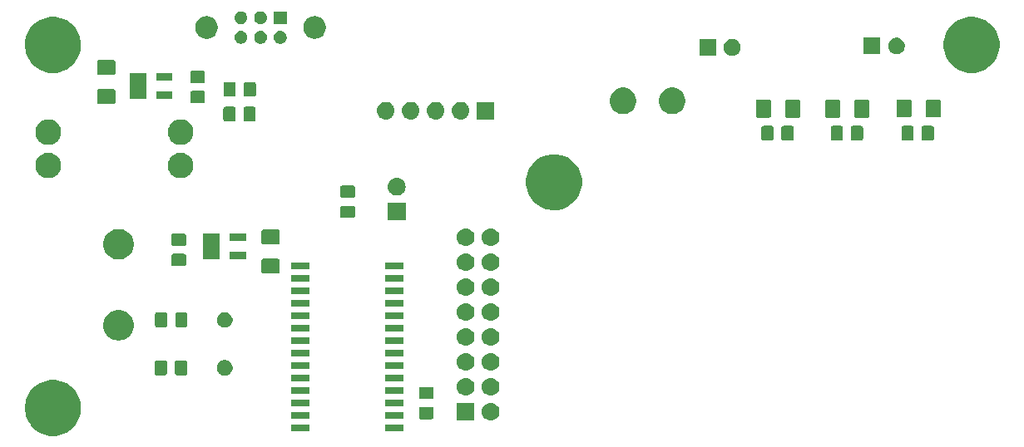
<source format=gts>
G04 #@! TF.GenerationSoftware,KiCad,Pcbnew,(5.1.2)-1*
G04 #@! TF.CreationDate,2022-03-08T00:19:59-05:00*
G04 #@! TF.ProjectId,telemetry_transmitter,74656c65-6d65-4747-9279-5f7472616e73,rev?*
G04 #@! TF.SameCoordinates,Original*
G04 #@! TF.FileFunction,Soldermask,Top*
G04 #@! TF.FilePolarity,Negative*
%FSLAX46Y46*%
G04 Gerber Fmt 4.6, Leading zero omitted, Abs format (unit mm)*
G04 Created by KiCad (PCBNEW (5.1.2)-1) date 2022-03-08 00:19:59*
%MOMM*%
%LPD*%
G04 APERTURE LIST*
%ADD10C,0.100000*%
G04 APERTURE END LIST*
D10*
G36*
X114304428Y-105153700D02*
G01*
X114831606Y-105258562D01*
X115350455Y-105473476D01*
X115817407Y-105785484D01*
X116214516Y-106182593D01*
X116526524Y-106649545D01*
X116741438Y-107168394D01*
X116796219Y-107443798D01*
X116851000Y-107719200D01*
X116851000Y-108280800D01*
X116801775Y-108528272D01*
X116741438Y-108831606D01*
X116526524Y-109350455D01*
X116288154Y-109707200D01*
X116214517Y-109817406D01*
X115817406Y-110214517D01*
X115724524Y-110276579D01*
X115350455Y-110526524D01*
X114831606Y-110741438D01*
X114556202Y-110796219D01*
X114280800Y-110851000D01*
X113719200Y-110851000D01*
X113443798Y-110796219D01*
X113168394Y-110741438D01*
X112649545Y-110526524D01*
X112275476Y-110276579D01*
X112182594Y-110214517D01*
X111785483Y-109817406D01*
X111711846Y-109707200D01*
X111473476Y-109350455D01*
X111258562Y-108831606D01*
X111198225Y-108528272D01*
X111149000Y-108280800D01*
X111149000Y-107719200D01*
X111203781Y-107443798D01*
X111258562Y-107168394D01*
X111473476Y-106649545D01*
X111785484Y-106182593D01*
X112182593Y-105785484D01*
X112649545Y-105473476D01*
X113168394Y-105258562D01*
X113695572Y-105153700D01*
X113719200Y-105149000D01*
X114280800Y-105149000D01*
X114304428Y-105153700D01*
X114304428Y-105153700D01*
G37*
G36*
X149628648Y-109709964D02*
G01*
X149649729Y-109716360D01*
X149669165Y-109726748D01*
X149686196Y-109740724D01*
X149700172Y-109757755D01*
X149710560Y-109777191D01*
X149716956Y-109798272D01*
X149719720Y-109826340D01*
X149719720Y-110290060D01*
X149716956Y-110318128D01*
X149710560Y-110339209D01*
X149700172Y-110358645D01*
X149686196Y-110375676D01*
X149669165Y-110389652D01*
X149649729Y-110400040D01*
X149628648Y-110406436D01*
X149600580Y-110409200D01*
X147936860Y-110409200D01*
X147908792Y-110406436D01*
X147887711Y-110400040D01*
X147868275Y-110389652D01*
X147851244Y-110375676D01*
X147837268Y-110358645D01*
X147826880Y-110339209D01*
X147820484Y-110318128D01*
X147817720Y-110290060D01*
X147817720Y-109826340D01*
X147820484Y-109798272D01*
X147826880Y-109777191D01*
X147837268Y-109757755D01*
X147851244Y-109740724D01*
X147868275Y-109726748D01*
X147887711Y-109716360D01*
X147908792Y-109709964D01*
X147936860Y-109707200D01*
X149600580Y-109707200D01*
X149628648Y-109709964D01*
X149628648Y-109709964D01*
G37*
G36*
X140028648Y-109709964D02*
G01*
X140049729Y-109716360D01*
X140069165Y-109726748D01*
X140086196Y-109740724D01*
X140100172Y-109757755D01*
X140110560Y-109777191D01*
X140116956Y-109798272D01*
X140119720Y-109826340D01*
X140119720Y-110290060D01*
X140116956Y-110318128D01*
X140110560Y-110339209D01*
X140100172Y-110358645D01*
X140086196Y-110375676D01*
X140069165Y-110389652D01*
X140049729Y-110400040D01*
X140028648Y-110406436D01*
X140000580Y-110409200D01*
X138336860Y-110409200D01*
X138308792Y-110406436D01*
X138287711Y-110400040D01*
X138268275Y-110389652D01*
X138251244Y-110375676D01*
X138237268Y-110358645D01*
X138226880Y-110339209D01*
X138220484Y-110318128D01*
X138217720Y-110290060D01*
X138217720Y-109826340D01*
X138220484Y-109798272D01*
X138226880Y-109777191D01*
X138237268Y-109757755D01*
X138251244Y-109740724D01*
X138268275Y-109726748D01*
X138287711Y-109716360D01*
X138308792Y-109709964D01*
X138336860Y-109707200D01*
X140000580Y-109707200D01*
X140028648Y-109709964D01*
X140028648Y-109709964D01*
G37*
G36*
X158650442Y-107487318D02*
G01*
X158716627Y-107493837D01*
X158886466Y-107545357D01*
X159042991Y-107629022D01*
X159078729Y-107658352D01*
X159180186Y-107741614D01*
X159260619Y-107839623D01*
X159292778Y-107878809D01*
X159376443Y-108035334D01*
X159427963Y-108205173D01*
X159445359Y-108381800D01*
X159427963Y-108558427D01*
X159376443Y-108728266D01*
X159292778Y-108884791D01*
X159263448Y-108920529D01*
X159180186Y-109021986D01*
X159095423Y-109091548D01*
X159042991Y-109134578D01*
X158886466Y-109218243D01*
X158716627Y-109269763D01*
X158650442Y-109276282D01*
X158584260Y-109282800D01*
X158495740Y-109282800D01*
X158429558Y-109276282D01*
X158363373Y-109269763D01*
X158193534Y-109218243D01*
X158037009Y-109134578D01*
X157984577Y-109091548D01*
X157899814Y-109021986D01*
X157816552Y-108920529D01*
X157787222Y-108884791D01*
X157703557Y-108728266D01*
X157652037Y-108558427D01*
X157634641Y-108381800D01*
X157652037Y-108205173D01*
X157703557Y-108035334D01*
X157787222Y-107878809D01*
X157819381Y-107839623D01*
X157899814Y-107741614D01*
X158001271Y-107658352D01*
X158037009Y-107629022D01*
X158193534Y-107545357D01*
X158363373Y-107493837D01*
X158429558Y-107487318D01*
X158495740Y-107480800D01*
X158584260Y-107480800D01*
X158650442Y-107487318D01*
X158650442Y-107487318D01*
G37*
G36*
X156901000Y-109282800D02*
G01*
X155099000Y-109282800D01*
X155099000Y-107480800D01*
X156901000Y-107480800D01*
X156901000Y-109282800D01*
X156901000Y-109282800D01*
G37*
G36*
X152588674Y-107903465D02*
G01*
X152626367Y-107914899D01*
X152661103Y-107933466D01*
X152691548Y-107958452D01*
X152716534Y-107988897D01*
X152735101Y-108023633D01*
X152746535Y-108061326D01*
X152751000Y-108106661D01*
X152751000Y-108943339D01*
X152746535Y-108988674D01*
X152735101Y-109026367D01*
X152716534Y-109061103D01*
X152691548Y-109091548D01*
X152661103Y-109116534D01*
X152626367Y-109135101D01*
X152588674Y-109146535D01*
X152543339Y-109151000D01*
X151456661Y-109151000D01*
X151411326Y-109146535D01*
X151373633Y-109135101D01*
X151338897Y-109116534D01*
X151308452Y-109091548D01*
X151283466Y-109061103D01*
X151264899Y-109026367D01*
X151253465Y-108988674D01*
X151249000Y-108943339D01*
X151249000Y-108106661D01*
X151253465Y-108061326D01*
X151264899Y-108023633D01*
X151283466Y-107988897D01*
X151308452Y-107958452D01*
X151338897Y-107933466D01*
X151373633Y-107914899D01*
X151411326Y-107903465D01*
X151456661Y-107899000D01*
X152543339Y-107899000D01*
X152588674Y-107903465D01*
X152588674Y-107903465D01*
G37*
G36*
X140028648Y-108439964D02*
G01*
X140049729Y-108446360D01*
X140069165Y-108456748D01*
X140086196Y-108470724D01*
X140100172Y-108487755D01*
X140110560Y-108507191D01*
X140116956Y-108528272D01*
X140119720Y-108556340D01*
X140119720Y-109020060D01*
X140116956Y-109048128D01*
X140110560Y-109069209D01*
X140100172Y-109088645D01*
X140086196Y-109105676D01*
X140069165Y-109119652D01*
X140049729Y-109130040D01*
X140028648Y-109136436D01*
X140000580Y-109139200D01*
X138336860Y-109139200D01*
X138308792Y-109136436D01*
X138287711Y-109130040D01*
X138268275Y-109119652D01*
X138251244Y-109105676D01*
X138237268Y-109088645D01*
X138226880Y-109069209D01*
X138220484Y-109048128D01*
X138217720Y-109020060D01*
X138217720Y-108556340D01*
X138220484Y-108528272D01*
X138226880Y-108507191D01*
X138237268Y-108487755D01*
X138251244Y-108470724D01*
X138268275Y-108456748D01*
X138287711Y-108446360D01*
X138308792Y-108439964D01*
X138336860Y-108437200D01*
X140000580Y-108437200D01*
X140028648Y-108439964D01*
X140028648Y-108439964D01*
G37*
G36*
X149628648Y-108439964D02*
G01*
X149649729Y-108446360D01*
X149669165Y-108456748D01*
X149686196Y-108470724D01*
X149700172Y-108487755D01*
X149710560Y-108507191D01*
X149716956Y-108528272D01*
X149719720Y-108556340D01*
X149719720Y-109020060D01*
X149716956Y-109048128D01*
X149710560Y-109069209D01*
X149700172Y-109088645D01*
X149686196Y-109105676D01*
X149669165Y-109119652D01*
X149649729Y-109130040D01*
X149628648Y-109136436D01*
X149600580Y-109139200D01*
X147936860Y-109139200D01*
X147908792Y-109136436D01*
X147887711Y-109130040D01*
X147868275Y-109119652D01*
X147851244Y-109105676D01*
X147837268Y-109088645D01*
X147826880Y-109069209D01*
X147820484Y-109048128D01*
X147817720Y-109020060D01*
X147817720Y-108556340D01*
X147820484Y-108528272D01*
X147826880Y-108507191D01*
X147837268Y-108487755D01*
X147851244Y-108470724D01*
X147868275Y-108456748D01*
X147887711Y-108446360D01*
X147908792Y-108439964D01*
X147936860Y-108437200D01*
X149600580Y-108437200D01*
X149628648Y-108439964D01*
X149628648Y-108439964D01*
G37*
G36*
X140028648Y-107169964D02*
G01*
X140049729Y-107176360D01*
X140069165Y-107186748D01*
X140086196Y-107200724D01*
X140100172Y-107217755D01*
X140110560Y-107237191D01*
X140116956Y-107258272D01*
X140119720Y-107286340D01*
X140119720Y-107750060D01*
X140116956Y-107778128D01*
X140110560Y-107799209D01*
X140100172Y-107818645D01*
X140086196Y-107835676D01*
X140069165Y-107849652D01*
X140049729Y-107860040D01*
X140028648Y-107866436D01*
X140000580Y-107869200D01*
X138336860Y-107869200D01*
X138308792Y-107866436D01*
X138287711Y-107860040D01*
X138268275Y-107849652D01*
X138251244Y-107835676D01*
X138237268Y-107818645D01*
X138226880Y-107799209D01*
X138220484Y-107778128D01*
X138217720Y-107750060D01*
X138217720Y-107286340D01*
X138220484Y-107258272D01*
X138226880Y-107237191D01*
X138237268Y-107217755D01*
X138251244Y-107200724D01*
X138268275Y-107186748D01*
X138287711Y-107176360D01*
X138308792Y-107169964D01*
X138336860Y-107167200D01*
X140000580Y-107167200D01*
X140028648Y-107169964D01*
X140028648Y-107169964D01*
G37*
G36*
X149628648Y-107169964D02*
G01*
X149649729Y-107176360D01*
X149669165Y-107186748D01*
X149686196Y-107200724D01*
X149700172Y-107217755D01*
X149710560Y-107237191D01*
X149716956Y-107258272D01*
X149719720Y-107286340D01*
X149719720Y-107750060D01*
X149716956Y-107778128D01*
X149710560Y-107799209D01*
X149700172Y-107818645D01*
X149686196Y-107835676D01*
X149669165Y-107849652D01*
X149649729Y-107860040D01*
X149628648Y-107866436D01*
X149600580Y-107869200D01*
X147936860Y-107869200D01*
X147908792Y-107866436D01*
X147887711Y-107860040D01*
X147868275Y-107849652D01*
X147851244Y-107835676D01*
X147837268Y-107818645D01*
X147826880Y-107799209D01*
X147820484Y-107778128D01*
X147817720Y-107750060D01*
X147817720Y-107286340D01*
X147820484Y-107258272D01*
X147826880Y-107237191D01*
X147837268Y-107217755D01*
X147851244Y-107200724D01*
X147868275Y-107186748D01*
X147887711Y-107176360D01*
X147908792Y-107169964D01*
X147936860Y-107167200D01*
X149600580Y-107167200D01*
X149628648Y-107169964D01*
X149628648Y-107169964D01*
G37*
G36*
X152588674Y-105853465D02*
G01*
X152626367Y-105864899D01*
X152661103Y-105883466D01*
X152691548Y-105908452D01*
X152716534Y-105938897D01*
X152735101Y-105973633D01*
X152746535Y-106011326D01*
X152751000Y-106056661D01*
X152751000Y-106893339D01*
X152746535Y-106938674D01*
X152735101Y-106976367D01*
X152716534Y-107011103D01*
X152691548Y-107041548D01*
X152661103Y-107066534D01*
X152626367Y-107085101D01*
X152588674Y-107096535D01*
X152543339Y-107101000D01*
X151456661Y-107101000D01*
X151411326Y-107096535D01*
X151373633Y-107085101D01*
X151338897Y-107066534D01*
X151308452Y-107041548D01*
X151283466Y-107011103D01*
X151264899Y-106976367D01*
X151253465Y-106938674D01*
X151249000Y-106893339D01*
X151249000Y-106056661D01*
X151253465Y-106011326D01*
X151264899Y-105973633D01*
X151283466Y-105938897D01*
X151308452Y-105908452D01*
X151338897Y-105883466D01*
X151373633Y-105864899D01*
X151411326Y-105853465D01*
X151456661Y-105849000D01*
X152543339Y-105849000D01*
X152588674Y-105853465D01*
X152588674Y-105853465D01*
G37*
G36*
X156110442Y-104947318D02*
G01*
X156176627Y-104953837D01*
X156346466Y-105005357D01*
X156502991Y-105089022D01*
X156538729Y-105118352D01*
X156640186Y-105201614D01*
X156720619Y-105299623D01*
X156752778Y-105338809D01*
X156836443Y-105495334D01*
X156887963Y-105665173D01*
X156905359Y-105841800D01*
X156887963Y-106018427D01*
X156836443Y-106188266D01*
X156752778Y-106344791D01*
X156723448Y-106380529D01*
X156640186Y-106481986D01*
X156538729Y-106565248D01*
X156502991Y-106594578D01*
X156346466Y-106678243D01*
X156176627Y-106729763D01*
X156110442Y-106736282D01*
X156044260Y-106742800D01*
X155955740Y-106742800D01*
X155889558Y-106736282D01*
X155823373Y-106729763D01*
X155653534Y-106678243D01*
X155497009Y-106594578D01*
X155461271Y-106565248D01*
X155359814Y-106481986D01*
X155276552Y-106380529D01*
X155247222Y-106344791D01*
X155163557Y-106188266D01*
X155112037Y-106018427D01*
X155094641Y-105841800D01*
X155112037Y-105665173D01*
X155163557Y-105495334D01*
X155247222Y-105338809D01*
X155279381Y-105299623D01*
X155359814Y-105201614D01*
X155461271Y-105118352D01*
X155497009Y-105089022D01*
X155653534Y-105005357D01*
X155823373Y-104953837D01*
X155889558Y-104947318D01*
X155955740Y-104940800D01*
X156044260Y-104940800D01*
X156110442Y-104947318D01*
X156110442Y-104947318D01*
G37*
G36*
X158650442Y-104947318D02*
G01*
X158716627Y-104953837D01*
X158886466Y-105005357D01*
X159042991Y-105089022D01*
X159078729Y-105118352D01*
X159180186Y-105201614D01*
X159260619Y-105299623D01*
X159292778Y-105338809D01*
X159376443Y-105495334D01*
X159427963Y-105665173D01*
X159445359Y-105841800D01*
X159427963Y-106018427D01*
X159376443Y-106188266D01*
X159292778Y-106344791D01*
X159263448Y-106380529D01*
X159180186Y-106481986D01*
X159078729Y-106565248D01*
X159042991Y-106594578D01*
X158886466Y-106678243D01*
X158716627Y-106729763D01*
X158650442Y-106736282D01*
X158584260Y-106742800D01*
X158495740Y-106742800D01*
X158429558Y-106736282D01*
X158363373Y-106729763D01*
X158193534Y-106678243D01*
X158037009Y-106594578D01*
X158001271Y-106565248D01*
X157899814Y-106481986D01*
X157816552Y-106380529D01*
X157787222Y-106344791D01*
X157703557Y-106188266D01*
X157652037Y-106018427D01*
X157634641Y-105841800D01*
X157652037Y-105665173D01*
X157703557Y-105495334D01*
X157787222Y-105338809D01*
X157819381Y-105299623D01*
X157899814Y-105201614D01*
X158001271Y-105118352D01*
X158037009Y-105089022D01*
X158193534Y-105005357D01*
X158363373Y-104953837D01*
X158429558Y-104947318D01*
X158495740Y-104940800D01*
X158584260Y-104940800D01*
X158650442Y-104947318D01*
X158650442Y-104947318D01*
G37*
G36*
X149628648Y-105899964D02*
G01*
X149649729Y-105906360D01*
X149669165Y-105916748D01*
X149686196Y-105930724D01*
X149700172Y-105947755D01*
X149710560Y-105967191D01*
X149716956Y-105988272D01*
X149719720Y-106016340D01*
X149719720Y-106480060D01*
X149716956Y-106508128D01*
X149710560Y-106529209D01*
X149700172Y-106548645D01*
X149686196Y-106565676D01*
X149669165Y-106579652D01*
X149649729Y-106590040D01*
X149628648Y-106596436D01*
X149600580Y-106599200D01*
X147936860Y-106599200D01*
X147908792Y-106596436D01*
X147887711Y-106590040D01*
X147868275Y-106579652D01*
X147851244Y-106565676D01*
X147837268Y-106548645D01*
X147826880Y-106529209D01*
X147820484Y-106508128D01*
X147817720Y-106480060D01*
X147817720Y-106016340D01*
X147820484Y-105988272D01*
X147826880Y-105967191D01*
X147837268Y-105947755D01*
X147851244Y-105930724D01*
X147868275Y-105916748D01*
X147887711Y-105906360D01*
X147908792Y-105899964D01*
X147936860Y-105897200D01*
X149600580Y-105897200D01*
X149628648Y-105899964D01*
X149628648Y-105899964D01*
G37*
G36*
X140028648Y-105899964D02*
G01*
X140049729Y-105906360D01*
X140069165Y-105916748D01*
X140086196Y-105930724D01*
X140100172Y-105947755D01*
X140110560Y-105967191D01*
X140116956Y-105988272D01*
X140119720Y-106016340D01*
X140119720Y-106480060D01*
X140116956Y-106508128D01*
X140110560Y-106529209D01*
X140100172Y-106548645D01*
X140086196Y-106565676D01*
X140069165Y-106579652D01*
X140049729Y-106590040D01*
X140028648Y-106596436D01*
X140000580Y-106599200D01*
X138336860Y-106599200D01*
X138308792Y-106596436D01*
X138287711Y-106590040D01*
X138268275Y-106579652D01*
X138251244Y-106565676D01*
X138237268Y-106548645D01*
X138226880Y-106529209D01*
X138220484Y-106508128D01*
X138217720Y-106480060D01*
X138217720Y-106016340D01*
X138220484Y-105988272D01*
X138226880Y-105967191D01*
X138237268Y-105947755D01*
X138251244Y-105930724D01*
X138268275Y-105916748D01*
X138287711Y-105906360D01*
X138308792Y-105899964D01*
X138336860Y-105897200D01*
X140000580Y-105897200D01*
X140028648Y-105899964D01*
X140028648Y-105899964D01*
G37*
G36*
X140028648Y-104629964D02*
G01*
X140049729Y-104636360D01*
X140069165Y-104646748D01*
X140086196Y-104660724D01*
X140100172Y-104677755D01*
X140110560Y-104697191D01*
X140116956Y-104718272D01*
X140119720Y-104746340D01*
X140119720Y-105210060D01*
X140116956Y-105238128D01*
X140110560Y-105259209D01*
X140100172Y-105278645D01*
X140086196Y-105295676D01*
X140069165Y-105309652D01*
X140049729Y-105320040D01*
X140028648Y-105326436D01*
X140000580Y-105329200D01*
X138336860Y-105329200D01*
X138308792Y-105326436D01*
X138287711Y-105320040D01*
X138268275Y-105309652D01*
X138251244Y-105295676D01*
X138237268Y-105278645D01*
X138226880Y-105259209D01*
X138220484Y-105238128D01*
X138217720Y-105210060D01*
X138217720Y-104746340D01*
X138220484Y-104718272D01*
X138226880Y-104697191D01*
X138237268Y-104677755D01*
X138251244Y-104660724D01*
X138268275Y-104646748D01*
X138287711Y-104636360D01*
X138308792Y-104629964D01*
X138336860Y-104627200D01*
X140000580Y-104627200D01*
X140028648Y-104629964D01*
X140028648Y-104629964D01*
G37*
G36*
X149628648Y-104629964D02*
G01*
X149649729Y-104636360D01*
X149669165Y-104646748D01*
X149686196Y-104660724D01*
X149700172Y-104677755D01*
X149710560Y-104697191D01*
X149716956Y-104718272D01*
X149719720Y-104746340D01*
X149719720Y-105210060D01*
X149716956Y-105238128D01*
X149710560Y-105259209D01*
X149700172Y-105278645D01*
X149686196Y-105295676D01*
X149669165Y-105309652D01*
X149649729Y-105320040D01*
X149628648Y-105326436D01*
X149600580Y-105329200D01*
X147936860Y-105329200D01*
X147908792Y-105326436D01*
X147887711Y-105320040D01*
X147868275Y-105309652D01*
X147851244Y-105295676D01*
X147837268Y-105278645D01*
X147826880Y-105259209D01*
X147820484Y-105238128D01*
X147817720Y-105210060D01*
X147817720Y-104746340D01*
X147820484Y-104718272D01*
X147826880Y-104697191D01*
X147837268Y-104677755D01*
X147851244Y-104660724D01*
X147868275Y-104646748D01*
X147887711Y-104636360D01*
X147908792Y-104629964D01*
X147936860Y-104627200D01*
X149600580Y-104627200D01*
X149628648Y-104629964D01*
X149628648Y-104629964D01*
G37*
G36*
X131714202Y-103144381D02*
G01*
X131848347Y-103199946D01*
X131859976Y-103204763D01*
X131991168Y-103292422D01*
X132102738Y-103403992D01*
X132143862Y-103465539D01*
X132190398Y-103535186D01*
X132250779Y-103680958D01*
X132281560Y-103835707D01*
X132281560Y-103993493D01*
X132250779Y-104148242D01*
X132233580Y-104189763D01*
X132190397Y-104294016D01*
X132102738Y-104425208D01*
X131991168Y-104536778D01*
X131859976Y-104624437D01*
X131859975Y-104624438D01*
X131859974Y-104624438D01*
X131714202Y-104684819D01*
X131559453Y-104715600D01*
X131401667Y-104715600D01*
X131246918Y-104684819D01*
X131101146Y-104624438D01*
X131101145Y-104624438D01*
X131101144Y-104624437D01*
X130969952Y-104536778D01*
X130858382Y-104425208D01*
X130770723Y-104294016D01*
X130727540Y-104189763D01*
X130710341Y-104148242D01*
X130679560Y-103993493D01*
X130679560Y-103835707D01*
X130710341Y-103680958D01*
X130770722Y-103535186D01*
X130817258Y-103465539D01*
X130858382Y-103403992D01*
X130969952Y-103292422D01*
X131101144Y-103204763D01*
X131112773Y-103199946D01*
X131246918Y-103144381D01*
X131401667Y-103113600D01*
X131559453Y-103113600D01*
X131714202Y-103144381D01*
X131714202Y-103144381D01*
G37*
G36*
X127503154Y-103169945D02*
G01*
X127540847Y-103181379D01*
X127575583Y-103199946D01*
X127606028Y-103224932D01*
X127631014Y-103255377D01*
X127649581Y-103290113D01*
X127661015Y-103327806D01*
X127665480Y-103373141D01*
X127665480Y-104459819D01*
X127661015Y-104505154D01*
X127649581Y-104542847D01*
X127631014Y-104577583D01*
X127606028Y-104608028D01*
X127575583Y-104633014D01*
X127540847Y-104651581D01*
X127503154Y-104663015D01*
X127457819Y-104667480D01*
X126621141Y-104667480D01*
X126575806Y-104663015D01*
X126538113Y-104651581D01*
X126503377Y-104633014D01*
X126472932Y-104608028D01*
X126447946Y-104577583D01*
X126429379Y-104542847D01*
X126417945Y-104505154D01*
X126413480Y-104459819D01*
X126413480Y-103373141D01*
X126417945Y-103327806D01*
X126429379Y-103290113D01*
X126447946Y-103255377D01*
X126472932Y-103224932D01*
X126503377Y-103199946D01*
X126538113Y-103181379D01*
X126575806Y-103169945D01*
X126621141Y-103165480D01*
X127457819Y-103165480D01*
X127503154Y-103169945D01*
X127503154Y-103169945D01*
G37*
G36*
X125453154Y-103169945D02*
G01*
X125490847Y-103181379D01*
X125525583Y-103199946D01*
X125556028Y-103224932D01*
X125581014Y-103255377D01*
X125599581Y-103290113D01*
X125611015Y-103327806D01*
X125615480Y-103373141D01*
X125615480Y-104459819D01*
X125611015Y-104505154D01*
X125599581Y-104542847D01*
X125581014Y-104577583D01*
X125556028Y-104608028D01*
X125525583Y-104633014D01*
X125490847Y-104651581D01*
X125453154Y-104663015D01*
X125407819Y-104667480D01*
X124571141Y-104667480D01*
X124525806Y-104663015D01*
X124488113Y-104651581D01*
X124453377Y-104633014D01*
X124422932Y-104608028D01*
X124397946Y-104577583D01*
X124379379Y-104542847D01*
X124367945Y-104505154D01*
X124363480Y-104459819D01*
X124363480Y-103373141D01*
X124367945Y-103327806D01*
X124379379Y-103290113D01*
X124397946Y-103255377D01*
X124422932Y-103224932D01*
X124453377Y-103199946D01*
X124488113Y-103181379D01*
X124525806Y-103169945D01*
X124571141Y-103165480D01*
X125407819Y-103165480D01*
X125453154Y-103169945D01*
X125453154Y-103169945D01*
G37*
G36*
X158650442Y-102407318D02*
G01*
X158716627Y-102413837D01*
X158886466Y-102465357D01*
X159042991Y-102549022D01*
X159078729Y-102578352D01*
X159180186Y-102661614D01*
X159260619Y-102759623D01*
X159292778Y-102798809D01*
X159376443Y-102955334D01*
X159427963Y-103125173D01*
X159445359Y-103301800D01*
X159427963Y-103478427D01*
X159376443Y-103648266D01*
X159292778Y-103804791D01*
X159267406Y-103835707D01*
X159180186Y-103941986D01*
X159078729Y-104025248D01*
X159042991Y-104054578D01*
X158886466Y-104138243D01*
X158716627Y-104189763D01*
X158650443Y-104196281D01*
X158584260Y-104202800D01*
X158495740Y-104202800D01*
X158429558Y-104196282D01*
X158363373Y-104189763D01*
X158193534Y-104138243D01*
X158037009Y-104054578D01*
X158001271Y-104025248D01*
X157899814Y-103941986D01*
X157812594Y-103835707D01*
X157787222Y-103804791D01*
X157703557Y-103648266D01*
X157652037Y-103478427D01*
X157634641Y-103301800D01*
X157652037Y-103125173D01*
X157703557Y-102955334D01*
X157787222Y-102798809D01*
X157819381Y-102759623D01*
X157899814Y-102661614D01*
X158001271Y-102578352D01*
X158037009Y-102549022D01*
X158193534Y-102465357D01*
X158363373Y-102413837D01*
X158429558Y-102407318D01*
X158495740Y-102400800D01*
X158584260Y-102400800D01*
X158650442Y-102407318D01*
X158650442Y-102407318D01*
G37*
G36*
X156110442Y-102407318D02*
G01*
X156176627Y-102413837D01*
X156346466Y-102465357D01*
X156502991Y-102549022D01*
X156538729Y-102578352D01*
X156640186Y-102661614D01*
X156720619Y-102759623D01*
X156752778Y-102798809D01*
X156836443Y-102955334D01*
X156887963Y-103125173D01*
X156905359Y-103301800D01*
X156887963Y-103478427D01*
X156836443Y-103648266D01*
X156752778Y-103804791D01*
X156727406Y-103835707D01*
X156640186Y-103941986D01*
X156538729Y-104025248D01*
X156502991Y-104054578D01*
X156346466Y-104138243D01*
X156176627Y-104189763D01*
X156110443Y-104196281D01*
X156044260Y-104202800D01*
X155955740Y-104202800D01*
X155889558Y-104196282D01*
X155823373Y-104189763D01*
X155653534Y-104138243D01*
X155497009Y-104054578D01*
X155461271Y-104025248D01*
X155359814Y-103941986D01*
X155272594Y-103835707D01*
X155247222Y-103804791D01*
X155163557Y-103648266D01*
X155112037Y-103478427D01*
X155094641Y-103301800D01*
X155112037Y-103125173D01*
X155163557Y-102955334D01*
X155247222Y-102798809D01*
X155279381Y-102759623D01*
X155359814Y-102661614D01*
X155461271Y-102578352D01*
X155497009Y-102549022D01*
X155653534Y-102465357D01*
X155823373Y-102413837D01*
X155889558Y-102407318D01*
X155955740Y-102400800D01*
X156044260Y-102400800D01*
X156110442Y-102407318D01*
X156110442Y-102407318D01*
G37*
G36*
X140028648Y-103359964D02*
G01*
X140049729Y-103366360D01*
X140069165Y-103376748D01*
X140086196Y-103390724D01*
X140100172Y-103407755D01*
X140110560Y-103427191D01*
X140116956Y-103448272D01*
X140119720Y-103476340D01*
X140119720Y-103940060D01*
X140116956Y-103968128D01*
X140110560Y-103989209D01*
X140100172Y-104008645D01*
X140086196Y-104025676D01*
X140069165Y-104039652D01*
X140049729Y-104050040D01*
X140028648Y-104056436D01*
X140000580Y-104059200D01*
X138336860Y-104059200D01*
X138308792Y-104056436D01*
X138287711Y-104050040D01*
X138268275Y-104039652D01*
X138251244Y-104025676D01*
X138237268Y-104008645D01*
X138226880Y-103989209D01*
X138220484Y-103968128D01*
X138217720Y-103940060D01*
X138217720Y-103476340D01*
X138220484Y-103448272D01*
X138226880Y-103427191D01*
X138237268Y-103407755D01*
X138251244Y-103390724D01*
X138268275Y-103376748D01*
X138287711Y-103366360D01*
X138308792Y-103359964D01*
X138336860Y-103357200D01*
X140000580Y-103357200D01*
X140028648Y-103359964D01*
X140028648Y-103359964D01*
G37*
G36*
X149628648Y-103359964D02*
G01*
X149649729Y-103366360D01*
X149669165Y-103376748D01*
X149686196Y-103390724D01*
X149700172Y-103407755D01*
X149710560Y-103427191D01*
X149716956Y-103448272D01*
X149719720Y-103476340D01*
X149719720Y-103940060D01*
X149716956Y-103968128D01*
X149710560Y-103989209D01*
X149700172Y-104008645D01*
X149686196Y-104025676D01*
X149669165Y-104039652D01*
X149649729Y-104050040D01*
X149628648Y-104056436D01*
X149600580Y-104059200D01*
X147936860Y-104059200D01*
X147908792Y-104056436D01*
X147887711Y-104050040D01*
X147868275Y-104039652D01*
X147851244Y-104025676D01*
X147837268Y-104008645D01*
X147826880Y-103989209D01*
X147820484Y-103968128D01*
X147817720Y-103940060D01*
X147817720Y-103476340D01*
X147820484Y-103448272D01*
X147826880Y-103427191D01*
X147837268Y-103407755D01*
X147851244Y-103390724D01*
X147868275Y-103376748D01*
X147887711Y-103366360D01*
X147908792Y-103359964D01*
X147936860Y-103357200D01*
X149600580Y-103357200D01*
X149628648Y-103359964D01*
X149628648Y-103359964D01*
G37*
G36*
X140028648Y-102089964D02*
G01*
X140049729Y-102096360D01*
X140069165Y-102106748D01*
X140086196Y-102120724D01*
X140100172Y-102137755D01*
X140110560Y-102157191D01*
X140116956Y-102178272D01*
X140119720Y-102206340D01*
X140119720Y-102670060D01*
X140116956Y-102698128D01*
X140110560Y-102719209D01*
X140100172Y-102738645D01*
X140086196Y-102755676D01*
X140069165Y-102769652D01*
X140049729Y-102780040D01*
X140028648Y-102786436D01*
X140000580Y-102789200D01*
X138336860Y-102789200D01*
X138308792Y-102786436D01*
X138287711Y-102780040D01*
X138268275Y-102769652D01*
X138251244Y-102755676D01*
X138237268Y-102738645D01*
X138226880Y-102719209D01*
X138220484Y-102698128D01*
X138217720Y-102670060D01*
X138217720Y-102206340D01*
X138220484Y-102178272D01*
X138226880Y-102157191D01*
X138237268Y-102137755D01*
X138251244Y-102120724D01*
X138268275Y-102106748D01*
X138287711Y-102096360D01*
X138308792Y-102089964D01*
X138336860Y-102087200D01*
X140000580Y-102087200D01*
X140028648Y-102089964D01*
X140028648Y-102089964D01*
G37*
G36*
X149628648Y-102089964D02*
G01*
X149649729Y-102096360D01*
X149669165Y-102106748D01*
X149686196Y-102120724D01*
X149700172Y-102137755D01*
X149710560Y-102157191D01*
X149716956Y-102178272D01*
X149719720Y-102206340D01*
X149719720Y-102670060D01*
X149716956Y-102698128D01*
X149710560Y-102719209D01*
X149700172Y-102738645D01*
X149686196Y-102755676D01*
X149669165Y-102769652D01*
X149649729Y-102780040D01*
X149628648Y-102786436D01*
X149600580Y-102789200D01*
X147936860Y-102789200D01*
X147908792Y-102786436D01*
X147887711Y-102780040D01*
X147868275Y-102769652D01*
X147851244Y-102755676D01*
X147837268Y-102738645D01*
X147826880Y-102719209D01*
X147820484Y-102698128D01*
X147817720Y-102670060D01*
X147817720Y-102206340D01*
X147820484Y-102178272D01*
X147826880Y-102157191D01*
X147837268Y-102137755D01*
X147851244Y-102120724D01*
X147868275Y-102106748D01*
X147887711Y-102096360D01*
X147908792Y-102089964D01*
X147936860Y-102087200D01*
X149600580Y-102087200D01*
X149628648Y-102089964D01*
X149628648Y-102089964D01*
G37*
G36*
X156110442Y-99867318D02*
G01*
X156176627Y-99873837D01*
X156346466Y-99925357D01*
X156502991Y-100009022D01*
X156529246Y-100030569D01*
X156640186Y-100121614D01*
X156720619Y-100219623D01*
X156752778Y-100258809D01*
X156836443Y-100415334D01*
X156887963Y-100585173D01*
X156905359Y-100761800D01*
X156887963Y-100938427D01*
X156836443Y-101108266D01*
X156752778Y-101264791D01*
X156723448Y-101300529D01*
X156640186Y-101401986D01*
X156538729Y-101485248D01*
X156502991Y-101514578D01*
X156346466Y-101598243D01*
X156176627Y-101649763D01*
X156110442Y-101656282D01*
X156044260Y-101662800D01*
X155955740Y-101662800D01*
X155889558Y-101656282D01*
X155823373Y-101649763D01*
X155653534Y-101598243D01*
X155497009Y-101514578D01*
X155461271Y-101485248D01*
X155359814Y-101401986D01*
X155276552Y-101300529D01*
X155247222Y-101264791D01*
X155163557Y-101108266D01*
X155112037Y-100938427D01*
X155094641Y-100761800D01*
X155112037Y-100585173D01*
X155163557Y-100415334D01*
X155247222Y-100258809D01*
X155279381Y-100219623D01*
X155359814Y-100121614D01*
X155470754Y-100030569D01*
X155497009Y-100009022D01*
X155653534Y-99925357D01*
X155823373Y-99873837D01*
X155889558Y-99867318D01*
X155955740Y-99860800D01*
X156044260Y-99860800D01*
X156110442Y-99867318D01*
X156110442Y-99867318D01*
G37*
G36*
X158650442Y-99867318D02*
G01*
X158716627Y-99873837D01*
X158886466Y-99925357D01*
X159042991Y-100009022D01*
X159069246Y-100030569D01*
X159180186Y-100121614D01*
X159260619Y-100219623D01*
X159292778Y-100258809D01*
X159376443Y-100415334D01*
X159427963Y-100585173D01*
X159445359Y-100761800D01*
X159427963Y-100938427D01*
X159376443Y-101108266D01*
X159292778Y-101264791D01*
X159263448Y-101300529D01*
X159180186Y-101401986D01*
X159078729Y-101485248D01*
X159042991Y-101514578D01*
X158886466Y-101598243D01*
X158716627Y-101649763D01*
X158650442Y-101656282D01*
X158584260Y-101662800D01*
X158495740Y-101662800D01*
X158429558Y-101656282D01*
X158363373Y-101649763D01*
X158193534Y-101598243D01*
X158037009Y-101514578D01*
X158001271Y-101485248D01*
X157899814Y-101401986D01*
X157816552Y-101300529D01*
X157787222Y-101264791D01*
X157703557Y-101108266D01*
X157652037Y-100938427D01*
X157634641Y-100761800D01*
X157652037Y-100585173D01*
X157703557Y-100415334D01*
X157787222Y-100258809D01*
X157819381Y-100219623D01*
X157899814Y-100121614D01*
X158010754Y-100030569D01*
X158037009Y-100009022D01*
X158193534Y-99925357D01*
X158363373Y-99873837D01*
X158429558Y-99867318D01*
X158495740Y-99860800D01*
X158584260Y-99860800D01*
X158650442Y-99867318D01*
X158650442Y-99867318D01*
G37*
G36*
X140028648Y-100819964D02*
G01*
X140049729Y-100826360D01*
X140069165Y-100836748D01*
X140086196Y-100850724D01*
X140100172Y-100867755D01*
X140110560Y-100887191D01*
X140116956Y-100908272D01*
X140119720Y-100936340D01*
X140119720Y-101400060D01*
X140116956Y-101428128D01*
X140110560Y-101449209D01*
X140100172Y-101468645D01*
X140086196Y-101485676D01*
X140069165Y-101499652D01*
X140049729Y-101510040D01*
X140028648Y-101516436D01*
X140000580Y-101519200D01*
X138336860Y-101519200D01*
X138308792Y-101516436D01*
X138287711Y-101510040D01*
X138268275Y-101499652D01*
X138251244Y-101485676D01*
X138237268Y-101468645D01*
X138226880Y-101449209D01*
X138220484Y-101428128D01*
X138217720Y-101400060D01*
X138217720Y-100936340D01*
X138220484Y-100908272D01*
X138226880Y-100887191D01*
X138237268Y-100867755D01*
X138251244Y-100850724D01*
X138268275Y-100836748D01*
X138287711Y-100826360D01*
X138308792Y-100819964D01*
X138336860Y-100817200D01*
X140000580Y-100817200D01*
X140028648Y-100819964D01*
X140028648Y-100819964D01*
G37*
G36*
X149628648Y-100819964D02*
G01*
X149649729Y-100826360D01*
X149669165Y-100836748D01*
X149686196Y-100850724D01*
X149700172Y-100867755D01*
X149710560Y-100887191D01*
X149716956Y-100908272D01*
X149719720Y-100936340D01*
X149719720Y-101400060D01*
X149716956Y-101428128D01*
X149710560Y-101449209D01*
X149700172Y-101468645D01*
X149686196Y-101485676D01*
X149669165Y-101499652D01*
X149649729Y-101510040D01*
X149628648Y-101516436D01*
X149600580Y-101519200D01*
X147936860Y-101519200D01*
X147908792Y-101516436D01*
X147887711Y-101510040D01*
X147868275Y-101499652D01*
X147851244Y-101485676D01*
X147837268Y-101468645D01*
X147826880Y-101449209D01*
X147820484Y-101428128D01*
X147817720Y-101400060D01*
X147817720Y-100936340D01*
X147820484Y-100908272D01*
X147826880Y-100887191D01*
X147837268Y-100867755D01*
X147851244Y-100850724D01*
X147868275Y-100836748D01*
X147887711Y-100826360D01*
X147908792Y-100819964D01*
X147936860Y-100817200D01*
X149600580Y-100817200D01*
X149628648Y-100819964D01*
X149628648Y-100819964D01*
G37*
G36*
X120928878Y-98045173D02*
G01*
X121137970Y-98086764D01*
X121420234Y-98203681D01*
X121674265Y-98373419D01*
X121890301Y-98589455D01*
X122060039Y-98843486D01*
X122171879Y-99113493D01*
X122176956Y-99125751D01*
X122236560Y-99425399D01*
X122236560Y-99730921D01*
X122229755Y-99765130D01*
X122176956Y-100030570D01*
X122060039Y-100312834D01*
X121890301Y-100566865D01*
X121674265Y-100782901D01*
X121420234Y-100952639D01*
X121137970Y-101069556D01*
X120988145Y-101099358D01*
X120838321Y-101129160D01*
X120532799Y-101129160D01*
X120382975Y-101099358D01*
X120233150Y-101069556D01*
X119950886Y-100952639D01*
X119696855Y-100782901D01*
X119480819Y-100566865D01*
X119311081Y-100312834D01*
X119194164Y-100030570D01*
X119141365Y-99765130D01*
X119134560Y-99730921D01*
X119134560Y-99425399D01*
X119194164Y-99125751D01*
X119199241Y-99113493D01*
X119311081Y-98843486D01*
X119480819Y-98589455D01*
X119696855Y-98373419D01*
X119950886Y-98203681D01*
X120233150Y-98086764D01*
X120442242Y-98045173D01*
X120532799Y-98027160D01*
X120838321Y-98027160D01*
X120928878Y-98045173D01*
X120928878Y-98045173D01*
G37*
G36*
X149628648Y-99549964D02*
G01*
X149649729Y-99556360D01*
X149669165Y-99566748D01*
X149686196Y-99580724D01*
X149700172Y-99597755D01*
X149710560Y-99617191D01*
X149716956Y-99638272D01*
X149719720Y-99666340D01*
X149719720Y-100130060D01*
X149716956Y-100158128D01*
X149710560Y-100179209D01*
X149700172Y-100198645D01*
X149686196Y-100215676D01*
X149669165Y-100229652D01*
X149649729Y-100240040D01*
X149628648Y-100246436D01*
X149600580Y-100249200D01*
X147936860Y-100249200D01*
X147908792Y-100246436D01*
X147887711Y-100240040D01*
X147868275Y-100229652D01*
X147851244Y-100215676D01*
X147837268Y-100198645D01*
X147826880Y-100179209D01*
X147820484Y-100158128D01*
X147817720Y-100130060D01*
X147817720Y-99666340D01*
X147820484Y-99638272D01*
X147826880Y-99617191D01*
X147837268Y-99597755D01*
X147851244Y-99580724D01*
X147868275Y-99566748D01*
X147887711Y-99556360D01*
X147908792Y-99549964D01*
X147936860Y-99547200D01*
X149600580Y-99547200D01*
X149628648Y-99549964D01*
X149628648Y-99549964D01*
G37*
G36*
X140028648Y-99549964D02*
G01*
X140049729Y-99556360D01*
X140069165Y-99566748D01*
X140086196Y-99580724D01*
X140100172Y-99597755D01*
X140110560Y-99617191D01*
X140116956Y-99638272D01*
X140119720Y-99666340D01*
X140119720Y-100130060D01*
X140116956Y-100158128D01*
X140110560Y-100179209D01*
X140100172Y-100198645D01*
X140086196Y-100215676D01*
X140069165Y-100229652D01*
X140049729Y-100240040D01*
X140028648Y-100246436D01*
X140000580Y-100249200D01*
X138336860Y-100249200D01*
X138308792Y-100246436D01*
X138287711Y-100240040D01*
X138268275Y-100229652D01*
X138251244Y-100215676D01*
X138237268Y-100198645D01*
X138226880Y-100179209D01*
X138220484Y-100158128D01*
X138217720Y-100130060D01*
X138217720Y-99666340D01*
X138220484Y-99638272D01*
X138226880Y-99617191D01*
X138237268Y-99597755D01*
X138251244Y-99580724D01*
X138268275Y-99566748D01*
X138287711Y-99556360D01*
X138308792Y-99549964D01*
X138336860Y-99547200D01*
X140000580Y-99547200D01*
X140028648Y-99549964D01*
X140028648Y-99549964D01*
G37*
G36*
X131714202Y-98264381D02*
G01*
X131826083Y-98310724D01*
X131859976Y-98324763D01*
X131991168Y-98412422D01*
X132102738Y-98523992D01*
X132146479Y-98589456D01*
X132190398Y-98655186D01*
X132250779Y-98800958D01*
X132281560Y-98955707D01*
X132281560Y-99113493D01*
X132250779Y-99268242D01*
X132190398Y-99414014D01*
X132190397Y-99414016D01*
X132102738Y-99545208D01*
X131991168Y-99656778D01*
X131859976Y-99744437D01*
X131859975Y-99744438D01*
X131859974Y-99744438D01*
X131714202Y-99804819D01*
X131559453Y-99835600D01*
X131401667Y-99835600D01*
X131246918Y-99804819D01*
X131101146Y-99744438D01*
X131101145Y-99744438D01*
X131101144Y-99744437D01*
X130969952Y-99656778D01*
X130858382Y-99545208D01*
X130770723Y-99414016D01*
X130770722Y-99414014D01*
X130710341Y-99268242D01*
X130679560Y-99113493D01*
X130679560Y-98955707D01*
X130710341Y-98800958D01*
X130770722Y-98655186D01*
X130814641Y-98589456D01*
X130858382Y-98523992D01*
X130969952Y-98412422D01*
X131101144Y-98324763D01*
X131135037Y-98310724D01*
X131246918Y-98264381D01*
X131401667Y-98233600D01*
X131559453Y-98233600D01*
X131714202Y-98264381D01*
X131714202Y-98264381D01*
G37*
G36*
X125489874Y-98272825D02*
G01*
X125527567Y-98284259D01*
X125562303Y-98302826D01*
X125592748Y-98327812D01*
X125617734Y-98358257D01*
X125636301Y-98392993D01*
X125647735Y-98430686D01*
X125652200Y-98476021D01*
X125652200Y-99562699D01*
X125647735Y-99608034D01*
X125636301Y-99645727D01*
X125617734Y-99680463D01*
X125592748Y-99710908D01*
X125562303Y-99735894D01*
X125527567Y-99754461D01*
X125489874Y-99765895D01*
X125444539Y-99770360D01*
X124607861Y-99770360D01*
X124562526Y-99765895D01*
X124524833Y-99754461D01*
X124490097Y-99735894D01*
X124459652Y-99710908D01*
X124434666Y-99680463D01*
X124416099Y-99645727D01*
X124404665Y-99608034D01*
X124400200Y-99562699D01*
X124400200Y-98476021D01*
X124404665Y-98430686D01*
X124416099Y-98392993D01*
X124434666Y-98358257D01*
X124459652Y-98327812D01*
X124490097Y-98302826D01*
X124524833Y-98284259D01*
X124562526Y-98272825D01*
X124607861Y-98268360D01*
X125444539Y-98268360D01*
X125489874Y-98272825D01*
X125489874Y-98272825D01*
G37*
G36*
X127539874Y-98272825D02*
G01*
X127577567Y-98284259D01*
X127612303Y-98302826D01*
X127642748Y-98327812D01*
X127667734Y-98358257D01*
X127686301Y-98392993D01*
X127697735Y-98430686D01*
X127702200Y-98476021D01*
X127702200Y-99562699D01*
X127697735Y-99608034D01*
X127686301Y-99645727D01*
X127667734Y-99680463D01*
X127642748Y-99710908D01*
X127612303Y-99735894D01*
X127577567Y-99754461D01*
X127539874Y-99765895D01*
X127494539Y-99770360D01*
X126657861Y-99770360D01*
X126612526Y-99765895D01*
X126574833Y-99754461D01*
X126540097Y-99735894D01*
X126509652Y-99710908D01*
X126484666Y-99680463D01*
X126466099Y-99645727D01*
X126454665Y-99608034D01*
X126450200Y-99562699D01*
X126450200Y-98476021D01*
X126454665Y-98430686D01*
X126466099Y-98392993D01*
X126484666Y-98358257D01*
X126509652Y-98327812D01*
X126540097Y-98302826D01*
X126574833Y-98284259D01*
X126612526Y-98272825D01*
X126657861Y-98268360D01*
X127494539Y-98268360D01*
X127539874Y-98272825D01*
X127539874Y-98272825D01*
G37*
G36*
X156110443Y-97327319D02*
G01*
X156176627Y-97333837D01*
X156346466Y-97385357D01*
X156502991Y-97469022D01*
X156538729Y-97498352D01*
X156640186Y-97581614D01*
X156720619Y-97679623D01*
X156752778Y-97718809D01*
X156836443Y-97875334D01*
X156887963Y-98045173D01*
X156905359Y-98221800D01*
X156887963Y-98398427D01*
X156836443Y-98568266D01*
X156752778Y-98724791D01*
X156723448Y-98760529D01*
X156640186Y-98861986D01*
X156538729Y-98945248D01*
X156502991Y-98974578D01*
X156346466Y-99058243D01*
X156176627Y-99109763D01*
X156110443Y-99116281D01*
X156044260Y-99122800D01*
X155955740Y-99122800D01*
X155889558Y-99116282D01*
X155823373Y-99109763D01*
X155653534Y-99058243D01*
X155497009Y-98974578D01*
X155461271Y-98945248D01*
X155359814Y-98861986D01*
X155276552Y-98760529D01*
X155247222Y-98724791D01*
X155163557Y-98568266D01*
X155112037Y-98398427D01*
X155094641Y-98221800D01*
X155112037Y-98045173D01*
X155163557Y-97875334D01*
X155247222Y-97718809D01*
X155279381Y-97679623D01*
X155359814Y-97581614D01*
X155461271Y-97498352D01*
X155497009Y-97469022D01*
X155653534Y-97385357D01*
X155823373Y-97333837D01*
X155889557Y-97327319D01*
X155955740Y-97320800D01*
X156044260Y-97320800D01*
X156110443Y-97327319D01*
X156110443Y-97327319D01*
G37*
G36*
X158650443Y-97327319D02*
G01*
X158716627Y-97333837D01*
X158886466Y-97385357D01*
X159042991Y-97469022D01*
X159078729Y-97498352D01*
X159180186Y-97581614D01*
X159260619Y-97679623D01*
X159292778Y-97718809D01*
X159376443Y-97875334D01*
X159427963Y-98045173D01*
X159445359Y-98221800D01*
X159427963Y-98398427D01*
X159376443Y-98568266D01*
X159292778Y-98724791D01*
X159263448Y-98760529D01*
X159180186Y-98861986D01*
X159078729Y-98945248D01*
X159042991Y-98974578D01*
X158886466Y-99058243D01*
X158716627Y-99109763D01*
X158650443Y-99116281D01*
X158584260Y-99122800D01*
X158495740Y-99122800D01*
X158429558Y-99116282D01*
X158363373Y-99109763D01*
X158193534Y-99058243D01*
X158037009Y-98974578D01*
X158001271Y-98945248D01*
X157899814Y-98861986D01*
X157816552Y-98760529D01*
X157787222Y-98724791D01*
X157703557Y-98568266D01*
X157652037Y-98398427D01*
X157634641Y-98221800D01*
X157652037Y-98045173D01*
X157703557Y-97875334D01*
X157787222Y-97718809D01*
X157819381Y-97679623D01*
X157899814Y-97581614D01*
X158001271Y-97498352D01*
X158037009Y-97469022D01*
X158193534Y-97385357D01*
X158363373Y-97333837D01*
X158429557Y-97327319D01*
X158495740Y-97320800D01*
X158584260Y-97320800D01*
X158650443Y-97327319D01*
X158650443Y-97327319D01*
G37*
G36*
X149628648Y-98279964D02*
G01*
X149649729Y-98286360D01*
X149669165Y-98296748D01*
X149686196Y-98310724D01*
X149700172Y-98327755D01*
X149710560Y-98347191D01*
X149716956Y-98368272D01*
X149719720Y-98396340D01*
X149719720Y-98860060D01*
X149716956Y-98888128D01*
X149710560Y-98909209D01*
X149700172Y-98928645D01*
X149686196Y-98945676D01*
X149669165Y-98959652D01*
X149649729Y-98970040D01*
X149628648Y-98976436D01*
X149600580Y-98979200D01*
X147936860Y-98979200D01*
X147908792Y-98976436D01*
X147887711Y-98970040D01*
X147868275Y-98959652D01*
X147851244Y-98945676D01*
X147837268Y-98928645D01*
X147826880Y-98909209D01*
X147820484Y-98888128D01*
X147817720Y-98860060D01*
X147817720Y-98396340D01*
X147820484Y-98368272D01*
X147826880Y-98347191D01*
X147837268Y-98327755D01*
X147851244Y-98310724D01*
X147868275Y-98296748D01*
X147887711Y-98286360D01*
X147908792Y-98279964D01*
X147936860Y-98277200D01*
X149600580Y-98277200D01*
X149628648Y-98279964D01*
X149628648Y-98279964D01*
G37*
G36*
X140028648Y-98279964D02*
G01*
X140049729Y-98286360D01*
X140069165Y-98296748D01*
X140086196Y-98310724D01*
X140100172Y-98327755D01*
X140110560Y-98347191D01*
X140116956Y-98368272D01*
X140119720Y-98396340D01*
X140119720Y-98860060D01*
X140116956Y-98888128D01*
X140110560Y-98909209D01*
X140100172Y-98928645D01*
X140086196Y-98945676D01*
X140069165Y-98959652D01*
X140049729Y-98970040D01*
X140028648Y-98976436D01*
X140000580Y-98979200D01*
X138336860Y-98979200D01*
X138308792Y-98976436D01*
X138287711Y-98970040D01*
X138268275Y-98959652D01*
X138251244Y-98945676D01*
X138237268Y-98928645D01*
X138226880Y-98909209D01*
X138220484Y-98888128D01*
X138217720Y-98860060D01*
X138217720Y-98396340D01*
X138220484Y-98368272D01*
X138226880Y-98347191D01*
X138237268Y-98327755D01*
X138251244Y-98310724D01*
X138268275Y-98296748D01*
X138287711Y-98286360D01*
X138308792Y-98279964D01*
X138336860Y-98277200D01*
X140000580Y-98277200D01*
X140028648Y-98279964D01*
X140028648Y-98279964D01*
G37*
G36*
X149628648Y-97009964D02*
G01*
X149649729Y-97016360D01*
X149669165Y-97026748D01*
X149686196Y-97040724D01*
X149700172Y-97057755D01*
X149710560Y-97077191D01*
X149716956Y-97098272D01*
X149719720Y-97126340D01*
X149719720Y-97590060D01*
X149716956Y-97618128D01*
X149710560Y-97639209D01*
X149700172Y-97658645D01*
X149686196Y-97675676D01*
X149669165Y-97689652D01*
X149649729Y-97700040D01*
X149628648Y-97706436D01*
X149600580Y-97709200D01*
X147936860Y-97709200D01*
X147908792Y-97706436D01*
X147887711Y-97700040D01*
X147868275Y-97689652D01*
X147851244Y-97675676D01*
X147837268Y-97658645D01*
X147826880Y-97639209D01*
X147820484Y-97618128D01*
X147817720Y-97590060D01*
X147817720Y-97126340D01*
X147820484Y-97098272D01*
X147826880Y-97077191D01*
X147837268Y-97057755D01*
X147851244Y-97040724D01*
X147868275Y-97026748D01*
X147887711Y-97016360D01*
X147908792Y-97009964D01*
X147936860Y-97007200D01*
X149600580Y-97007200D01*
X149628648Y-97009964D01*
X149628648Y-97009964D01*
G37*
G36*
X140028648Y-97009964D02*
G01*
X140049729Y-97016360D01*
X140069165Y-97026748D01*
X140086196Y-97040724D01*
X140100172Y-97057755D01*
X140110560Y-97077191D01*
X140116956Y-97098272D01*
X140119720Y-97126340D01*
X140119720Y-97590060D01*
X140116956Y-97618128D01*
X140110560Y-97639209D01*
X140100172Y-97658645D01*
X140086196Y-97675676D01*
X140069165Y-97689652D01*
X140049729Y-97700040D01*
X140028648Y-97706436D01*
X140000580Y-97709200D01*
X138336860Y-97709200D01*
X138308792Y-97706436D01*
X138287711Y-97700040D01*
X138268275Y-97689652D01*
X138251244Y-97675676D01*
X138237268Y-97658645D01*
X138226880Y-97639209D01*
X138220484Y-97618128D01*
X138217720Y-97590060D01*
X138217720Y-97126340D01*
X138220484Y-97098272D01*
X138226880Y-97077191D01*
X138237268Y-97057755D01*
X138251244Y-97040724D01*
X138268275Y-97026748D01*
X138287711Y-97016360D01*
X138308792Y-97009964D01*
X138336860Y-97007200D01*
X140000580Y-97007200D01*
X140028648Y-97009964D01*
X140028648Y-97009964D01*
G37*
G36*
X156110442Y-94787318D02*
G01*
X156176627Y-94793837D01*
X156346466Y-94845357D01*
X156502991Y-94929022D01*
X156538729Y-94958352D01*
X156640186Y-95041614D01*
X156720619Y-95139623D01*
X156752778Y-95178809D01*
X156836443Y-95335334D01*
X156887963Y-95505173D01*
X156905359Y-95681800D01*
X156887963Y-95858427D01*
X156836443Y-96028266D01*
X156752778Y-96184791D01*
X156723448Y-96220529D01*
X156640186Y-96321986D01*
X156538729Y-96405248D01*
X156502991Y-96434578D01*
X156346466Y-96518243D01*
X156176627Y-96569763D01*
X156110442Y-96576282D01*
X156044260Y-96582800D01*
X155955740Y-96582800D01*
X155889557Y-96576281D01*
X155823373Y-96569763D01*
X155653534Y-96518243D01*
X155497009Y-96434578D01*
X155461271Y-96405248D01*
X155359814Y-96321986D01*
X155276552Y-96220529D01*
X155247222Y-96184791D01*
X155163557Y-96028266D01*
X155112037Y-95858427D01*
X155094641Y-95681800D01*
X155112037Y-95505173D01*
X155163557Y-95335334D01*
X155247222Y-95178809D01*
X155279381Y-95139623D01*
X155359814Y-95041614D01*
X155461271Y-94958352D01*
X155497009Y-94929022D01*
X155653534Y-94845357D01*
X155823373Y-94793837D01*
X155889557Y-94787319D01*
X155955740Y-94780800D01*
X156044260Y-94780800D01*
X156110442Y-94787318D01*
X156110442Y-94787318D01*
G37*
G36*
X158650442Y-94787318D02*
G01*
X158716627Y-94793837D01*
X158886466Y-94845357D01*
X159042991Y-94929022D01*
X159078729Y-94958352D01*
X159180186Y-95041614D01*
X159260619Y-95139623D01*
X159292778Y-95178809D01*
X159376443Y-95335334D01*
X159427963Y-95505173D01*
X159445359Y-95681800D01*
X159427963Y-95858427D01*
X159376443Y-96028266D01*
X159292778Y-96184791D01*
X159263448Y-96220529D01*
X159180186Y-96321986D01*
X159078729Y-96405248D01*
X159042991Y-96434578D01*
X158886466Y-96518243D01*
X158716627Y-96569763D01*
X158650442Y-96576282D01*
X158584260Y-96582800D01*
X158495740Y-96582800D01*
X158429557Y-96576281D01*
X158363373Y-96569763D01*
X158193534Y-96518243D01*
X158037009Y-96434578D01*
X158001271Y-96405248D01*
X157899814Y-96321986D01*
X157816552Y-96220529D01*
X157787222Y-96184791D01*
X157703557Y-96028266D01*
X157652037Y-95858427D01*
X157634641Y-95681800D01*
X157652037Y-95505173D01*
X157703557Y-95335334D01*
X157787222Y-95178809D01*
X157819381Y-95139623D01*
X157899814Y-95041614D01*
X158001271Y-94958352D01*
X158037009Y-94929022D01*
X158193534Y-94845357D01*
X158363373Y-94793837D01*
X158429557Y-94787319D01*
X158495740Y-94780800D01*
X158584260Y-94780800D01*
X158650442Y-94787318D01*
X158650442Y-94787318D01*
G37*
G36*
X149628648Y-95739964D02*
G01*
X149649729Y-95746360D01*
X149669165Y-95756748D01*
X149686196Y-95770724D01*
X149700172Y-95787755D01*
X149710560Y-95807191D01*
X149716956Y-95828272D01*
X149719720Y-95856340D01*
X149719720Y-96320060D01*
X149716956Y-96348128D01*
X149710560Y-96369209D01*
X149700172Y-96388645D01*
X149686196Y-96405676D01*
X149669165Y-96419652D01*
X149649729Y-96430040D01*
X149628648Y-96436436D01*
X149600580Y-96439200D01*
X147936860Y-96439200D01*
X147908792Y-96436436D01*
X147887711Y-96430040D01*
X147868275Y-96419652D01*
X147851244Y-96405676D01*
X147837268Y-96388645D01*
X147826880Y-96369209D01*
X147820484Y-96348128D01*
X147817720Y-96320060D01*
X147817720Y-95856340D01*
X147820484Y-95828272D01*
X147826880Y-95807191D01*
X147837268Y-95787755D01*
X147851244Y-95770724D01*
X147868275Y-95756748D01*
X147887711Y-95746360D01*
X147908792Y-95739964D01*
X147936860Y-95737200D01*
X149600580Y-95737200D01*
X149628648Y-95739964D01*
X149628648Y-95739964D01*
G37*
G36*
X140028648Y-95739964D02*
G01*
X140049729Y-95746360D01*
X140069165Y-95756748D01*
X140086196Y-95770724D01*
X140100172Y-95787755D01*
X140110560Y-95807191D01*
X140116956Y-95828272D01*
X140119720Y-95856340D01*
X140119720Y-96320060D01*
X140116956Y-96348128D01*
X140110560Y-96369209D01*
X140100172Y-96388645D01*
X140086196Y-96405676D01*
X140069165Y-96419652D01*
X140049729Y-96430040D01*
X140028648Y-96436436D01*
X140000580Y-96439200D01*
X138336860Y-96439200D01*
X138308792Y-96436436D01*
X138287711Y-96430040D01*
X138268275Y-96419652D01*
X138251244Y-96405676D01*
X138237268Y-96388645D01*
X138226880Y-96369209D01*
X138220484Y-96348128D01*
X138217720Y-96320060D01*
X138217720Y-95856340D01*
X138220484Y-95828272D01*
X138226880Y-95807191D01*
X138237268Y-95787755D01*
X138251244Y-95770724D01*
X138268275Y-95756748D01*
X138287711Y-95746360D01*
X138308792Y-95739964D01*
X138336860Y-95737200D01*
X140000580Y-95737200D01*
X140028648Y-95739964D01*
X140028648Y-95739964D01*
G37*
G36*
X140028648Y-94469964D02*
G01*
X140049729Y-94476360D01*
X140069165Y-94486748D01*
X140086196Y-94500724D01*
X140100172Y-94517755D01*
X140110560Y-94537191D01*
X140116956Y-94558272D01*
X140119720Y-94586340D01*
X140119720Y-95050060D01*
X140116956Y-95078128D01*
X140110560Y-95099209D01*
X140100172Y-95118645D01*
X140086196Y-95135676D01*
X140069165Y-95149652D01*
X140049729Y-95160040D01*
X140028648Y-95166436D01*
X140000580Y-95169200D01*
X138336860Y-95169200D01*
X138308792Y-95166436D01*
X138287711Y-95160040D01*
X138268275Y-95149652D01*
X138251244Y-95135676D01*
X138237268Y-95118645D01*
X138226880Y-95099209D01*
X138220484Y-95078128D01*
X138217720Y-95050060D01*
X138217720Y-94586340D01*
X138220484Y-94558272D01*
X138226880Y-94537191D01*
X138237268Y-94517755D01*
X138251244Y-94500724D01*
X138268275Y-94486748D01*
X138287711Y-94476360D01*
X138308792Y-94469964D01*
X138336860Y-94467200D01*
X140000580Y-94467200D01*
X140028648Y-94469964D01*
X140028648Y-94469964D01*
G37*
G36*
X149628648Y-94469964D02*
G01*
X149649729Y-94476360D01*
X149669165Y-94486748D01*
X149686196Y-94500724D01*
X149700172Y-94517755D01*
X149710560Y-94537191D01*
X149716956Y-94558272D01*
X149719720Y-94586340D01*
X149719720Y-95050060D01*
X149716956Y-95078128D01*
X149710560Y-95099209D01*
X149700172Y-95118645D01*
X149686196Y-95135676D01*
X149669165Y-95149652D01*
X149649729Y-95160040D01*
X149628648Y-95166436D01*
X149600580Y-95169200D01*
X147936860Y-95169200D01*
X147908792Y-95166436D01*
X147887711Y-95160040D01*
X147868275Y-95149652D01*
X147851244Y-95135676D01*
X147837268Y-95118645D01*
X147826880Y-95099209D01*
X147820484Y-95078128D01*
X147817720Y-95050060D01*
X147817720Y-94586340D01*
X147820484Y-94558272D01*
X147826880Y-94537191D01*
X147837268Y-94517755D01*
X147851244Y-94500724D01*
X147868275Y-94486748D01*
X147887711Y-94476360D01*
X147908792Y-94469964D01*
X147936860Y-94467200D01*
X149600580Y-94467200D01*
X149628648Y-94469964D01*
X149628648Y-94469964D01*
G37*
G36*
X136934802Y-92808261D02*
G01*
X136969721Y-92818854D01*
X137001903Y-92836056D01*
X137030113Y-92859207D01*
X137053264Y-92887417D01*
X137070466Y-92919599D01*
X137081059Y-92954518D01*
X137085240Y-92996975D01*
X137085240Y-94138185D01*
X137081059Y-94180642D01*
X137070466Y-94215561D01*
X137053264Y-94247743D01*
X137030113Y-94275953D01*
X137001903Y-94299104D01*
X136969721Y-94316306D01*
X136934802Y-94326899D01*
X136892345Y-94331080D01*
X135426135Y-94331080D01*
X135383678Y-94326899D01*
X135348759Y-94316306D01*
X135316577Y-94299104D01*
X135288367Y-94275953D01*
X135265216Y-94247743D01*
X135248014Y-94215561D01*
X135237421Y-94180642D01*
X135233240Y-94138185D01*
X135233240Y-92996975D01*
X135237421Y-92954518D01*
X135248014Y-92919599D01*
X135265216Y-92887417D01*
X135288367Y-92859207D01*
X135316577Y-92836056D01*
X135348759Y-92818854D01*
X135383678Y-92808261D01*
X135426135Y-92804080D01*
X136892345Y-92804080D01*
X136934802Y-92808261D01*
X136934802Y-92808261D01*
G37*
G36*
X156110443Y-92247319D02*
G01*
X156176627Y-92253837D01*
X156346466Y-92305357D01*
X156502991Y-92389022D01*
X156538729Y-92418352D01*
X156640186Y-92501614D01*
X156723448Y-92603071D01*
X156752778Y-92638809D01*
X156836443Y-92795334D01*
X156887963Y-92965173D01*
X156905359Y-93141800D01*
X156887963Y-93318427D01*
X156836443Y-93488266D01*
X156752778Y-93644791D01*
X156723448Y-93680529D01*
X156640186Y-93781986D01*
X156538729Y-93865248D01*
X156502991Y-93894578D01*
X156346466Y-93978243D01*
X156176627Y-94029763D01*
X156110442Y-94036282D01*
X156044260Y-94042800D01*
X155955740Y-94042800D01*
X155889558Y-94036282D01*
X155823373Y-94029763D01*
X155653534Y-93978243D01*
X155497009Y-93894578D01*
X155461271Y-93865248D01*
X155359814Y-93781986D01*
X155276552Y-93680529D01*
X155247222Y-93644791D01*
X155163557Y-93488266D01*
X155112037Y-93318427D01*
X155094641Y-93141800D01*
X155112037Y-92965173D01*
X155163557Y-92795334D01*
X155247222Y-92638809D01*
X155276552Y-92603071D01*
X155359814Y-92501614D01*
X155461271Y-92418352D01*
X155497009Y-92389022D01*
X155653534Y-92305357D01*
X155823373Y-92253837D01*
X155889557Y-92247319D01*
X155955740Y-92240800D01*
X156044260Y-92240800D01*
X156110443Y-92247319D01*
X156110443Y-92247319D01*
G37*
G36*
X158650443Y-92247319D02*
G01*
X158716627Y-92253837D01*
X158886466Y-92305357D01*
X159042991Y-92389022D01*
X159078729Y-92418352D01*
X159180186Y-92501614D01*
X159263448Y-92603071D01*
X159292778Y-92638809D01*
X159376443Y-92795334D01*
X159427963Y-92965173D01*
X159445359Y-93141800D01*
X159427963Y-93318427D01*
X159376443Y-93488266D01*
X159292778Y-93644791D01*
X159263448Y-93680529D01*
X159180186Y-93781986D01*
X159078729Y-93865248D01*
X159042991Y-93894578D01*
X158886466Y-93978243D01*
X158716627Y-94029763D01*
X158650442Y-94036282D01*
X158584260Y-94042800D01*
X158495740Y-94042800D01*
X158429558Y-94036282D01*
X158363373Y-94029763D01*
X158193534Y-93978243D01*
X158037009Y-93894578D01*
X158001271Y-93865248D01*
X157899814Y-93781986D01*
X157816552Y-93680529D01*
X157787222Y-93644791D01*
X157703557Y-93488266D01*
X157652037Y-93318427D01*
X157634641Y-93141800D01*
X157652037Y-92965173D01*
X157703557Y-92795334D01*
X157787222Y-92638809D01*
X157816552Y-92603071D01*
X157899814Y-92501614D01*
X158001271Y-92418352D01*
X158037009Y-92389022D01*
X158193534Y-92305357D01*
X158363373Y-92253837D01*
X158429557Y-92247319D01*
X158495740Y-92240800D01*
X158584260Y-92240800D01*
X158650443Y-92247319D01*
X158650443Y-92247319D01*
G37*
G36*
X149628648Y-93199964D02*
G01*
X149649729Y-93206360D01*
X149669165Y-93216748D01*
X149686196Y-93230724D01*
X149700172Y-93247755D01*
X149710560Y-93267191D01*
X149716956Y-93288272D01*
X149719720Y-93316340D01*
X149719720Y-93780060D01*
X149716956Y-93808128D01*
X149710560Y-93829209D01*
X149700172Y-93848645D01*
X149686196Y-93865676D01*
X149669165Y-93879652D01*
X149649729Y-93890040D01*
X149628648Y-93896436D01*
X149600580Y-93899200D01*
X147936860Y-93899200D01*
X147908792Y-93896436D01*
X147887711Y-93890040D01*
X147868275Y-93879652D01*
X147851244Y-93865676D01*
X147837268Y-93848645D01*
X147826880Y-93829209D01*
X147820484Y-93808128D01*
X147817720Y-93780060D01*
X147817720Y-93316340D01*
X147820484Y-93288272D01*
X147826880Y-93267191D01*
X147837268Y-93247755D01*
X147851244Y-93230724D01*
X147868275Y-93216748D01*
X147887711Y-93206360D01*
X147908792Y-93199964D01*
X147936860Y-93197200D01*
X149600580Y-93197200D01*
X149628648Y-93199964D01*
X149628648Y-93199964D01*
G37*
G36*
X140028648Y-93199964D02*
G01*
X140049729Y-93206360D01*
X140069165Y-93216748D01*
X140086196Y-93230724D01*
X140100172Y-93247755D01*
X140110560Y-93267191D01*
X140116956Y-93288272D01*
X140119720Y-93316340D01*
X140119720Y-93780060D01*
X140116956Y-93808128D01*
X140110560Y-93829209D01*
X140100172Y-93848645D01*
X140086196Y-93865676D01*
X140069165Y-93879652D01*
X140049729Y-93890040D01*
X140028648Y-93896436D01*
X140000580Y-93899200D01*
X138336860Y-93899200D01*
X138308792Y-93896436D01*
X138287711Y-93890040D01*
X138268275Y-93879652D01*
X138251244Y-93865676D01*
X138237268Y-93848645D01*
X138226880Y-93829209D01*
X138220484Y-93808128D01*
X138217720Y-93780060D01*
X138217720Y-93316340D01*
X138220484Y-93288272D01*
X138226880Y-93267191D01*
X138237268Y-93247755D01*
X138251244Y-93230724D01*
X138268275Y-93216748D01*
X138287711Y-93206360D01*
X138308792Y-93199964D01*
X138336860Y-93197200D01*
X140000580Y-93197200D01*
X140028648Y-93199964D01*
X140028648Y-93199964D01*
G37*
G36*
X127388674Y-92303465D02*
G01*
X127426367Y-92314899D01*
X127461103Y-92333466D01*
X127491548Y-92358452D01*
X127516534Y-92388897D01*
X127535101Y-92423633D01*
X127546535Y-92461326D01*
X127551000Y-92506661D01*
X127551000Y-93343339D01*
X127546535Y-93388674D01*
X127535101Y-93426367D01*
X127516534Y-93461103D01*
X127491548Y-93491548D01*
X127461103Y-93516534D01*
X127426367Y-93535101D01*
X127388674Y-93546535D01*
X127343339Y-93551000D01*
X126256661Y-93551000D01*
X126211326Y-93546535D01*
X126173633Y-93535101D01*
X126138897Y-93516534D01*
X126108452Y-93491548D01*
X126083466Y-93461103D01*
X126064899Y-93426367D01*
X126053465Y-93388674D01*
X126049000Y-93343339D01*
X126049000Y-92506661D01*
X126053465Y-92461326D01*
X126064899Y-92423633D01*
X126083466Y-92388897D01*
X126108452Y-92358452D01*
X126138897Y-92333466D01*
X126173633Y-92314899D01*
X126211326Y-92303465D01*
X126256661Y-92299000D01*
X127343339Y-92299000D01*
X127388674Y-92303465D01*
X127388674Y-92303465D01*
G37*
G36*
X120988145Y-89806962D02*
G01*
X121137970Y-89836764D01*
X121420234Y-89953681D01*
X121674265Y-90123419D01*
X121890301Y-90339455D01*
X122060039Y-90593486D01*
X122176956Y-90875750D01*
X122176956Y-90875751D01*
X122236560Y-91175399D01*
X122236560Y-91480921D01*
X122234801Y-91489763D01*
X122176956Y-91780570D01*
X122060039Y-92062834D01*
X121890301Y-92316865D01*
X121674265Y-92532901D01*
X121420234Y-92702639D01*
X121137970Y-92819556D01*
X120988799Y-92849228D01*
X120838321Y-92879160D01*
X120532799Y-92879160D01*
X120382321Y-92849228D01*
X120233150Y-92819556D01*
X119950886Y-92702639D01*
X119696855Y-92532901D01*
X119480819Y-92316865D01*
X119311081Y-92062834D01*
X119194164Y-91780570D01*
X119136319Y-91489763D01*
X119134560Y-91480921D01*
X119134560Y-91175399D01*
X119194164Y-90875751D01*
X119194164Y-90875750D01*
X119311081Y-90593486D01*
X119480819Y-90339455D01*
X119696855Y-90123419D01*
X119950886Y-89953681D01*
X120233150Y-89836764D01*
X120382975Y-89806962D01*
X120532799Y-89777160D01*
X120838321Y-89777160D01*
X120988145Y-89806962D01*
X120988145Y-89806962D01*
G37*
G36*
X130934880Y-92852320D02*
G01*
X129272880Y-92852320D01*
X129272880Y-90200320D01*
X130934880Y-90200320D01*
X130934880Y-92852320D01*
X130934880Y-92852320D01*
G37*
G36*
X133634880Y-92852320D02*
G01*
X131972880Y-92852320D01*
X131972880Y-92100320D01*
X133634880Y-92100320D01*
X133634880Y-92852320D01*
X133634880Y-92852320D01*
G37*
G36*
X156110442Y-89707318D02*
G01*
X156176627Y-89713837D01*
X156346466Y-89765357D01*
X156502991Y-89849022D01*
X156503539Y-89849472D01*
X156640186Y-89961614D01*
X156689722Y-90021975D01*
X156752778Y-90098809D01*
X156836443Y-90255334D01*
X156887963Y-90425173D01*
X156905359Y-90601800D01*
X156887963Y-90778427D01*
X156836443Y-90948266D01*
X156752778Y-91104791D01*
X156723514Y-91140449D01*
X156640186Y-91241986D01*
X156540123Y-91324104D01*
X156502991Y-91354578D01*
X156346466Y-91438243D01*
X156176627Y-91489763D01*
X156115636Y-91495770D01*
X156044260Y-91502800D01*
X155955740Y-91502800D01*
X155884364Y-91495770D01*
X155823373Y-91489763D01*
X155653534Y-91438243D01*
X155497009Y-91354578D01*
X155459877Y-91324104D01*
X155359814Y-91241986D01*
X155276486Y-91140449D01*
X155247222Y-91104791D01*
X155163557Y-90948266D01*
X155112037Y-90778427D01*
X155094641Y-90601800D01*
X155112037Y-90425173D01*
X155163557Y-90255334D01*
X155247222Y-90098809D01*
X155310278Y-90021975D01*
X155359814Y-89961614D01*
X155496461Y-89849472D01*
X155497009Y-89849022D01*
X155653534Y-89765357D01*
X155823373Y-89713837D01*
X155889558Y-89707318D01*
X155955740Y-89700800D01*
X156044260Y-89700800D01*
X156110442Y-89707318D01*
X156110442Y-89707318D01*
G37*
G36*
X158650442Y-89707318D02*
G01*
X158716627Y-89713837D01*
X158886466Y-89765357D01*
X159042991Y-89849022D01*
X159043539Y-89849472D01*
X159180186Y-89961614D01*
X159229722Y-90021975D01*
X159292778Y-90098809D01*
X159376443Y-90255334D01*
X159427963Y-90425173D01*
X159445359Y-90601800D01*
X159427963Y-90778427D01*
X159376443Y-90948266D01*
X159292778Y-91104791D01*
X159263514Y-91140449D01*
X159180186Y-91241986D01*
X159080123Y-91324104D01*
X159042991Y-91354578D01*
X158886466Y-91438243D01*
X158716627Y-91489763D01*
X158655636Y-91495770D01*
X158584260Y-91502800D01*
X158495740Y-91502800D01*
X158424364Y-91495770D01*
X158363373Y-91489763D01*
X158193534Y-91438243D01*
X158037009Y-91354578D01*
X157999877Y-91324104D01*
X157899814Y-91241986D01*
X157816486Y-91140449D01*
X157787222Y-91104791D01*
X157703557Y-90948266D01*
X157652037Y-90778427D01*
X157634641Y-90601800D01*
X157652037Y-90425173D01*
X157703557Y-90255334D01*
X157787222Y-90098809D01*
X157850278Y-90021975D01*
X157899814Y-89961614D01*
X158036461Y-89849472D01*
X158037009Y-89849022D01*
X158193534Y-89765357D01*
X158363373Y-89713837D01*
X158429558Y-89707318D01*
X158495740Y-89700800D01*
X158584260Y-89700800D01*
X158650442Y-89707318D01*
X158650442Y-89707318D01*
G37*
G36*
X127388674Y-90253465D02*
G01*
X127426367Y-90264899D01*
X127461103Y-90283466D01*
X127491548Y-90308452D01*
X127516534Y-90338897D01*
X127535101Y-90373633D01*
X127546535Y-90411326D01*
X127551000Y-90456661D01*
X127551000Y-91293339D01*
X127546535Y-91338674D01*
X127535101Y-91376367D01*
X127516534Y-91411103D01*
X127491548Y-91441548D01*
X127461103Y-91466534D01*
X127426367Y-91485101D01*
X127388674Y-91496535D01*
X127343339Y-91501000D01*
X126256661Y-91501000D01*
X126211326Y-91496535D01*
X126173633Y-91485101D01*
X126138897Y-91466534D01*
X126108452Y-91441548D01*
X126083466Y-91411103D01*
X126064899Y-91376367D01*
X126053465Y-91338674D01*
X126049000Y-91293339D01*
X126049000Y-90456661D01*
X126053465Y-90411326D01*
X126064899Y-90373633D01*
X126083466Y-90338897D01*
X126108452Y-90308452D01*
X126138897Y-90283466D01*
X126173633Y-90264899D01*
X126211326Y-90253465D01*
X126256661Y-90249000D01*
X127343339Y-90249000D01*
X127388674Y-90253465D01*
X127388674Y-90253465D01*
G37*
G36*
X136934802Y-89833261D02*
G01*
X136969721Y-89843854D01*
X137001903Y-89861056D01*
X137030113Y-89884207D01*
X137053264Y-89912417D01*
X137070466Y-89944599D01*
X137081059Y-89979518D01*
X137085240Y-90021975D01*
X137085240Y-91163185D01*
X137081059Y-91205642D01*
X137070466Y-91240561D01*
X137053264Y-91272743D01*
X137030113Y-91300953D01*
X137001903Y-91324104D01*
X136969721Y-91341306D01*
X136934802Y-91351899D01*
X136892345Y-91356080D01*
X135426135Y-91356080D01*
X135383678Y-91351899D01*
X135348759Y-91341306D01*
X135316577Y-91324104D01*
X135288367Y-91300953D01*
X135265216Y-91272743D01*
X135248014Y-91240561D01*
X135237421Y-91205642D01*
X135233240Y-91163185D01*
X135233240Y-90021975D01*
X135237421Y-89979518D01*
X135248014Y-89944599D01*
X135265216Y-89912417D01*
X135288367Y-89884207D01*
X135316577Y-89861056D01*
X135348759Y-89843854D01*
X135383678Y-89833261D01*
X135426135Y-89829080D01*
X136892345Y-89829080D01*
X136934802Y-89833261D01*
X136934802Y-89833261D01*
G37*
G36*
X133634880Y-90952320D02*
G01*
X131972880Y-90952320D01*
X131972880Y-90200320D01*
X133634880Y-90200320D01*
X133634880Y-90952320D01*
X133634880Y-90952320D01*
G37*
G36*
X149901000Y-88901000D02*
G01*
X148099000Y-88901000D01*
X148099000Y-87099000D01*
X149901000Y-87099000D01*
X149901000Y-88901000D01*
X149901000Y-88901000D01*
G37*
G36*
X144588674Y-87403465D02*
G01*
X144626367Y-87414899D01*
X144661103Y-87433466D01*
X144691548Y-87458452D01*
X144716534Y-87488897D01*
X144735101Y-87523633D01*
X144746535Y-87561326D01*
X144751000Y-87606661D01*
X144751000Y-88443339D01*
X144746535Y-88488674D01*
X144735101Y-88526367D01*
X144716534Y-88561103D01*
X144691548Y-88591548D01*
X144661103Y-88616534D01*
X144626367Y-88635101D01*
X144588674Y-88646535D01*
X144543339Y-88651000D01*
X143456661Y-88651000D01*
X143411326Y-88646535D01*
X143373633Y-88635101D01*
X143338897Y-88616534D01*
X143308452Y-88591548D01*
X143283466Y-88561103D01*
X143264899Y-88526367D01*
X143253465Y-88488674D01*
X143249000Y-88443339D01*
X143249000Y-87606661D01*
X143253465Y-87561326D01*
X143264899Y-87523633D01*
X143283466Y-87488897D01*
X143308452Y-87458452D01*
X143338897Y-87433466D01*
X143373633Y-87414899D01*
X143411326Y-87403465D01*
X143456661Y-87399000D01*
X144543339Y-87399000D01*
X144588674Y-87403465D01*
X144588674Y-87403465D01*
G37*
G36*
X165831606Y-82258562D02*
G01*
X166350455Y-82473476D01*
X166817407Y-82785484D01*
X167214516Y-83182593D01*
X167526524Y-83649545D01*
X167741438Y-84168394D01*
X167851000Y-84719200D01*
X167851000Y-85280800D01*
X167815355Y-85460000D01*
X167741438Y-85831606D01*
X167526524Y-86350455D01*
X167214516Y-86817407D01*
X166817407Y-87214516D01*
X166350455Y-87526524D01*
X165831606Y-87741438D01*
X165280800Y-87851000D01*
X164719200Y-87851000D01*
X164443798Y-87796219D01*
X164168394Y-87741438D01*
X163649545Y-87526524D01*
X163182593Y-87214516D01*
X162785484Y-86817407D01*
X162473476Y-86350455D01*
X162258562Y-85831606D01*
X162184645Y-85460000D01*
X162149000Y-85280800D01*
X162149000Y-84719200D01*
X162258562Y-84168394D01*
X162473476Y-83649545D01*
X162785484Y-83182593D01*
X163182593Y-82785484D01*
X163649545Y-82473476D01*
X164168394Y-82258562D01*
X164719200Y-82149000D01*
X165280800Y-82149000D01*
X165831606Y-82258562D01*
X165831606Y-82258562D01*
G37*
G36*
X144588674Y-85353465D02*
G01*
X144626367Y-85364899D01*
X144661103Y-85383466D01*
X144691548Y-85408452D01*
X144716534Y-85438897D01*
X144735101Y-85473633D01*
X144746535Y-85511326D01*
X144751000Y-85556661D01*
X144751000Y-86393339D01*
X144746535Y-86438674D01*
X144735101Y-86476367D01*
X144716534Y-86511103D01*
X144691548Y-86541548D01*
X144661103Y-86566534D01*
X144626367Y-86585101D01*
X144588674Y-86596535D01*
X144543339Y-86601000D01*
X143456661Y-86601000D01*
X143411326Y-86596535D01*
X143373633Y-86585101D01*
X143338897Y-86566534D01*
X143308452Y-86541548D01*
X143283466Y-86511103D01*
X143264899Y-86476367D01*
X143253465Y-86438674D01*
X143249000Y-86393339D01*
X143249000Y-85556661D01*
X143253465Y-85511326D01*
X143264899Y-85473633D01*
X143283466Y-85438897D01*
X143308452Y-85408452D01*
X143338897Y-85383466D01*
X143373633Y-85364899D01*
X143411326Y-85353465D01*
X143456661Y-85349000D01*
X144543339Y-85349000D01*
X144588674Y-85353465D01*
X144588674Y-85353465D01*
G37*
G36*
X149110442Y-84565518D02*
G01*
X149176627Y-84572037D01*
X149346466Y-84623557D01*
X149502991Y-84707222D01*
X149517586Y-84719200D01*
X149640186Y-84819814D01*
X149723448Y-84921271D01*
X149752778Y-84957009D01*
X149836443Y-85113534D01*
X149887963Y-85283373D01*
X149905359Y-85460000D01*
X149887963Y-85636627D01*
X149836443Y-85806466D01*
X149752778Y-85962991D01*
X149723448Y-85998729D01*
X149640186Y-86100186D01*
X149538729Y-86183448D01*
X149502991Y-86212778D01*
X149346466Y-86296443D01*
X149176627Y-86347963D01*
X149110442Y-86354482D01*
X149044260Y-86361000D01*
X148955740Y-86361000D01*
X148889558Y-86354482D01*
X148823373Y-86347963D01*
X148653534Y-86296443D01*
X148497009Y-86212778D01*
X148461271Y-86183448D01*
X148359814Y-86100186D01*
X148276552Y-85998729D01*
X148247222Y-85962991D01*
X148163557Y-85806466D01*
X148112037Y-85636627D01*
X148094641Y-85460000D01*
X148112037Y-85283373D01*
X148163557Y-85113534D01*
X148247222Y-84957009D01*
X148276552Y-84921271D01*
X148359814Y-84819814D01*
X148482414Y-84719200D01*
X148497009Y-84707222D01*
X148653534Y-84623557D01*
X148823373Y-84572037D01*
X148889558Y-84565518D01*
X148955740Y-84559000D01*
X149044260Y-84559000D01*
X149110442Y-84565518D01*
X149110442Y-84565518D01*
G37*
G36*
X113908407Y-82043956D02*
G01*
X114145173Y-82142028D01*
X114145175Y-82142029D01*
X114319579Y-82258562D01*
X114358259Y-82284407D01*
X114539473Y-82465621D01*
X114681852Y-82678707D01*
X114779924Y-82915473D01*
X114829920Y-83166821D01*
X114829920Y-83423099D01*
X114779924Y-83674447D01*
X114681852Y-83911213D01*
X114681851Y-83911215D01*
X114539473Y-84124299D01*
X114358259Y-84305513D01*
X114145175Y-84447891D01*
X114145174Y-84447892D01*
X114145173Y-84447892D01*
X113908407Y-84545964D01*
X113657059Y-84595960D01*
X113400781Y-84595960D01*
X113149433Y-84545964D01*
X112912667Y-84447892D01*
X112912666Y-84447892D01*
X112912665Y-84447891D01*
X112699581Y-84305513D01*
X112518367Y-84124299D01*
X112375989Y-83911215D01*
X112375988Y-83911213D01*
X112277916Y-83674447D01*
X112227920Y-83423099D01*
X112227920Y-83166821D01*
X112277916Y-82915473D01*
X112375988Y-82678707D01*
X112518367Y-82465621D01*
X112699581Y-82284407D01*
X112738261Y-82258562D01*
X112912665Y-82142029D01*
X112912667Y-82142028D01*
X113149433Y-82043956D01*
X113400781Y-81993960D01*
X113657059Y-81993960D01*
X113908407Y-82043956D01*
X113908407Y-82043956D01*
G37*
G36*
X127378407Y-82043956D02*
G01*
X127615173Y-82142028D01*
X127615175Y-82142029D01*
X127789579Y-82258562D01*
X127828259Y-82284407D01*
X128009473Y-82465621D01*
X128151852Y-82678707D01*
X128249924Y-82915473D01*
X128299920Y-83166821D01*
X128299920Y-83423099D01*
X128249924Y-83674447D01*
X128151852Y-83911213D01*
X128151851Y-83911215D01*
X128009473Y-84124299D01*
X127828259Y-84305513D01*
X127615175Y-84447891D01*
X127615174Y-84447892D01*
X127615173Y-84447892D01*
X127378407Y-84545964D01*
X127127059Y-84595960D01*
X126870781Y-84595960D01*
X126619433Y-84545964D01*
X126382667Y-84447892D01*
X126382666Y-84447892D01*
X126382665Y-84447891D01*
X126169581Y-84305513D01*
X125988367Y-84124299D01*
X125845989Y-83911215D01*
X125845988Y-83911213D01*
X125747916Y-83674447D01*
X125697920Y-83423099D01*
X125697920Y-83166821D01*
X125747916Y-82915473D01*
X125845988Y-82678707D01*
X125988367Y-82465621D01*
X126169581Y-82284407D01*
X126208261Y-82258562D01*
X126382665Y-82142029D01*
X126382667Y-82142028D01*
X126619433Y-82043956D01*
X126870781Y-81993960D01*
X127127059Y-81993960D01*
X127378407Y-82043956D01*
X127378407Y-82043956D01*
G37*
G36*
X113908407Y-78643956D02*
G01*
X114145173Y-78742028D01*
X114145175Y-78742029D01*
X114358259Y-78884407D01*
X114539473Y-79065621D01*
X114668685Y-79259000D01*
X114681852Y-79278707D01*
X114779924Y-79515473D01*
X114829920Y-79766821D01*
X114829920Y-80023099D01*
X114779924Y-80274447D01*
X114681852Y-80511213D01*
X114681851Y-80511215D01*
X114539473Y-80724299D01*
X114358259Y-80905513D01*
X114145175Y-81047891D01*
X114145174Y-81047892D01*
X114145173Y-81047892D01*
X113908407Y-81145964D01*
X113657059Y-81195960D01*
X113400781Y-81195960D01*
X113149433Y-81145964D01*
X112912667Y-81047892D01*
X112912666Y-81047892D01*
X112912665Y-81047891D01*
X112699581Y-80905513D01*
X112518367Y-80724299D01*
X112375989Y-80511215D01*
X112375988Y-80511213D01*
X112277916Y-80274447D01*
X112227920Y-80023099D01*
X112227920Y-79766821D01*
X112277916Y-79515473D01*
X112375988Y-79278707D01*
X112389156Y-79259000D01*
X112518367Y-79065621D01*
X112699581Y-78884407D01*
X112912665Y-78742029D01*
X112912667Y-78742028D01*
X113149433Y-78643956D01*
X113400781Y-78593960D01*
X113657059Y-78593960D01*
X113908407Y-78643956D01*
X113908407Y-78643956D01*
G37*
G36*
X127378407Y-78643956D02*
G01*
X127615173Y-78742028D01*
X127615175Y-78742029D01*
X127828259Y-78884407D01*
X128009473Y-79065621D01*
X128138685Y-79259000D01*
X128151852Y-79278707D01*
X128249924Y-79515473D01*
X128299920Y-79766821D01*
X128299920Y-80023099D01*
X128249924Y-80274447D01*
X128151852Y-80511213D01*
X128151851Y-80511215D01*
X128009473Y-80724299D01*
X127828259Y-80905513D01*
X127615175Y-81047891D01*
X127615174Y-81047892D01*
X127615173Y-81047892D01*
X127378407Y-81145964D01*
X127127059Y-81195960D01*
X126870781Y-81195960D01*
X126619433Y-81145964D01*
X126382667Y-81047892D01*
X126382666Y-81047892D01*
X126382665Y-81047891D01*
X126169581Y-80905513D01*
X125988367Y-80724299D01*
X125845989Y-80511215D01*
X125845988Y-80511213D01*
X125747916Y-80274447D01*
X125697920Y-80023099D01*
X125697920Y-79766821D01*
X125747916Y-79515473D01*
X125845988Y-79278707D01*
X125859156Y-79259000D01*
X125988367Y-79065621D01*
X126169581Y-78884407D01*
X126382665Y-78742029D01*
X126382667Y-78742028D01*
X126619433Y-78643956D01*
X126870781Y-78593960D01*
X127127059Y-78593960D01*
X127378407Y-78643956D01*
X127378407Y-78643956D01*
G37*
G36*
X201447074Y-79263465D02*
G01*
X201484767Y-79274899D01*
X201519503Y-79293466D01*
X201549948Y-79318452D01*
X201574934Y-79348897D01*
X201593501Y-79383633D01*
X201604935Y-79421326D01*
X201609400Y-79466661D01*
X201609400Y-80553339D01*
X201604935Y-80598674D01*
X201593501Y-80636367D01*
X201574934Y-80671103D01*
X201549948Y-80701548D01*
X201519503Y-80726534D01*
X201484767Y-80745101D01*
X201447074Y-80756535D01*
X201401739Y-80761000D01*
X200565061Y-80761000D01*
X200519726Y-80756535D01*
X200482033Y-80745101D01*
X200447297Y-80726534D01*
X200416852Y-80701548D01*
X200391866Y-80671103D01*
X200373299Y-80636367D01*
X200361865Y-80598674D01*
X200357400Y-80553339D01*
X200357400Y-79466661D01*
X200361865Y-79421326D01*
X200373299Y-79383633D01*
X200391866Y-79348897D01*
X200416852Y-79318452D01*
X200447297Y-79293466D01*
X200482033Y-79274899D01*
X200519726Y-79263465D01*
X200565061Y-79259000D01*
X201401739Y-79259000D01*
X201447074Y-79263465D01*
X201447074Y-79263465D01*
G37*
G36*
X187193754Y-79263465D02*
G01*
X187231447Y-79274899D01*
X187266183Y-79293466D01*
X187296628Y-79318452D01*
X187321614Y-79348897D01*
X187340181Y-79383633D01*
X187351615Y-79421326D01*
X187356080Y-79466661D01*
X187356080Y-80553339D01*
X187351615Y-80598674D01*
X187340181Y-80636367D01*
X187321614Y-80671103D01*
X187296628Y-80701548D01*
X187266183Y-80726534D01*
X187231447Y-80745101D01*
X187193754Y-80756535D01*
X187148419Y-80761000D01*
X186311741Y-80761000D01*
X186266406Y-80756535D01*
X186228713Y-80745101D01*
X186193977Y-80726534D01*
X186163532Y-80701548D01*
X186138546Y-80671103D01*
X186119979Y-80636367D01*
X186108545Y-80598674D01*
X186104080Y-80553339D01*
X186104080Y-79466661D01*
X186108545Y-79421326D01*
X186119979Y-79383633D01*
X186138546Y-79348897D01*
X186163532Y-79318452D01*
X186193977Y-79293466D01*
X186228713Y-79274899D01*
X186266406Y-79263465D01*
X186311741Y-79259000D01*
X187148419Y-79259000D01*
X187193754Y-79263465D01*
X187193754Y-79263465D01*
G37*
G36*
X189243754Y-79263465D02*
G01*
X189281447Y-79274899D01*
X189316183Y-79293466D01*
X189346628Y-79318452D01*
X189371614Y-79348897D01*
X189390181Y-79383633D01*
X189401615Y-79421326D01*
X189406080Y-79466661D01*
X189406080Y-80553339D01*
X189401615Y-80598674D01*
X189390181Y-80636367D01*
X189371614Y-80671103D01*
X189346628Y-80701548D01*
X189316183Y-80726534D01*
X189281447Y-80745101D01*
X189243754Y-80756535D01*
X189198419Y-80761000D01*
X188361741Y-80761000D01*
X188316406Y-80756535D01*
X188278713Y-80745101D01*
X188243977Y-80726534D01*
X188213532Y-80701548D01*
X188188546Y-80671103D01*
X188169979Y-80636367D01*
X188158545Y-80598674D01*
X188154080Y-80553339D01*
X188154080Y-79466661D01*
X188158545Y-79421326D01*
X188169979Y-79383633D01*
X188188546Y-79348897D01*
X188213532Y-79318452D01*
X188243977Y-79293466D01*
X188278713Y-79274899D01*
X188316406Y-79263465D01*
X188361741Y-79259000D01*
X189198419Y-79259000D01*
X189243754Y-79263465D01*
X189243754Y-79263465D01*
G37*
G36*
X194247674Y-79263465D02*
G01*
X194285367Y-79274899D01*
X194320103Y-79293466D01*
X194350548Y-79318452D01*
X194375534Y-79348897D01*
X194394101Y-79383633D01*
X194405535Y-79421326D01*
X194410000Y-79466661D01*
X194410000Y-80553339D01*
X194405535Y-80598674D01*
X194394101Y-80636367D01*
X194375534Y-80671103D01*
X194350548Y-80701548D01*
X194320103Y-80726534D01*
X194285367Y-80745101D01*
X194247674Y-80756535D01*
X194202339Y-80761000D01*
X193365661Y-80761000D01*
X193320326Y-80756535D01*
X193282633Y-80745101D01*
X193247897Y-80726534D01*
X193217452Y-80701548D01*
X193192466Y-80671103D01*
X193173899Y-80636367D01*
X193162465Y-80598674D01*
X193158000Y-80553339D01*
X193158000Y-79466661D01*
X193162465Y-79421326D01*
X193173899Y-79383633D01*
X193192466Y-79348897D01*
X193217452Y-79318452D01*
X193247897Y-79293466D01*
X193282633Y-79274899D01*
X193320326Y-79263465D01*
X193365661Y-79259000D01*
X194202339Y-79259000D01*
X194247674Y-79263465D01*
X194247674Y-79263465D01*
G37*
G36*
X203497074Y-79263465D02*
G01*
X203534767Y-79274899D01*
X203569503Y-79293466D01*
X203599948Y-79318452D01*
X203624934Y-79348897D01*
X203643501Y-79383633D01*
X203654935Y-79421326D01*
X203659400Y-79466661D01*
X203659400Y-80553339D01*
X203654935Y-80598674D01*
X203643501Y-80636367D01*
X203624934Y-80671103D01*
X203599948Y-80701548D01*
X203569503Y-80726534D01*
X203534767Y-80745101D01*
X203497074Y-80756535D01*
X203451739Y-80761000D01*
X202615061Y-80761000D01*
X202569726Y-80756535D01*
X202532033Y-80745101D01*
X202497297Y-80726534D01*
X202466852Y-80701548D01*
X202441866Y-80671103D01*
X202423299Y-80636367D01*
X202411865Y-80598674D01*
X202407400Y-80553339D01*
X202407400Y-79466661D01*
X202411865Y-79421326D01*
X202423299Y-79383633D01*
X202441866Y-79348897D01*
X202466852Y-79318452D01*
X202497297Y-79293466D01*
X202532033Y-79274899D01*
X202569726Y-79263465D01*
X202615061Y-79259000D01*
X203451739Y-79259000D01*
X203497074Y-79263465D01*
X203497074Y-79263465D01*
G37*
G36*
X196297674Y-79263465D02*
G01*
X196335367Y-79274899D01*
X196370103Y-79293466D01*
X196400548Y-79318452D01*
X196425534Y-79348897D01*
X196444101Y-79383633D01*
X196455535Y-79421326D01*
X196460000Y-79466661D01*
X196460000Y-80553339D01*
X196455535Y-80598674D01*
X196444101Y-80636367D01*
X196425534Y-80671103D01*
X196400548Y-80701548D01*
X196370103Y-80726534D01*
X196335367Y-80745101D01*
X196297674Y-80756535D01*
X196252339Y-80761000D01*
X195415661Y-80761000D01*
X195370326Y-80756535D01*
X195332633Y-80745101D01*
X195297897Y-80726534D01*
X195267452Y-80701548D01*
X195242466Y-80671103D01*
X195223899Y-80636367D01*
X195212465Y-80598674D01*
X195208000Y-80553339D01*
X195208000Y-79466661D01*
X195212465Y-79421326D01*
X195223899Y-79383633D01*
X195242466Y-79348897D01*
X195267452Y-79318452D01*
X195297897Y-79293466D01*
X195332633Y-79274899D01*
X195370326Y-79263465D01*
X195415661Y-79259000D01*
X196252339Y-79259000D01*
X196297674Y-79263465D01*
X196297674Y-79263465D01*
G37*
G36*
X134488154Y-77317825D02*
G01*
X134525847Y-77329259D01*
X134560583Y-77347826D01*
X134591028Y-77372812D01*
X134616014Y-77403257D01*
X134634581Y-77437993D01*
X134646015Y-77475686D01*
X134650480Y-77521021D01*
X134650480Y-78607699D01*
X134646015Y-78653034D01*
X134634581Y-78690727D01*
X134616014Y-78725463D01*
X134591028Y-78755908D01*
X134560583Y-78780894D01*
X134525847Y-78799461D01*
X134488154Y-78810895D01*
X134442819Y-78815360D01*
X133606141Y-78815360D01*
X133560806Y-78810895D01*
X133523113Y-78799461D01*
X133488377Y-78780894D01*
X133457932Y-78755908D01*
X133432946Y-78725463D01*
X133414379Y-78690727D01*
X133402945Y-78653034D01*
X133398480Y-78607699D01*
X133398480Y-77521021D01*
X133402945Y-77475686D01*
X133414379Y-77437993D01*
X133432946Y-77403257D01*
X133457932Y-77372812D01*
X133488377Y-77347826D01*
X133523113Y-77329259D01*
X133560806Y-77317825D01*
X133606141Y-77313360D01*
X134442819Y-77313360D01*
X134488154Y-77317825D01*
X134488154Y-77317825D01*
G37*
G36*
X132438154Y-77317825D02*
G01*
X132475847Y-77329259D01*
X132510583Y-77347826D01*
X132541028Y-77372812D01*
X132566014Y-77403257D01*
X132584581Y-77437993D01*
X132596015Y-77475686D01*
X132600480Y-77521021D01*
X132600480Y-78607699D01*
X132596015Y-78653034D01*
X132584581Y-78690727D01*
X132566014Y-78725463D01*
X132541028Y-78755908D01*
X132510583Y-78780894D01*
X132475847Y-78799461D01*
X132438154Y-78810895D01*
X132392819Y-78815360D01*
X131556141Y-78815360D01*
X131510806Y-78810895D01*
X131473113Y-78799461D01*
X131438377Y-78780894D01*
X131407932Y-78755908D01*
X131382946Y-78725463D01*
X131364379Y-78690727D01*
X131352945Y-78653034D01*
X131348480Y-78607699D01*
X131348480Y-77521021D01*
X131352945Y-77475686D01*
X131364379Y-77437993D01*
X131382946Y-77403257D01*
X131407932Y-77372812D01*
X131438377Y-77347826D01*
X131473113Y-77329259D01*
X131510806Y-77317825D01*
X131556141Y-77313360D01*
X132392819Y-77313360D01*
X132438154Y-77317825D01*
X132438154Y-77317825D01*
G37*
G36*
X158929640Y-78609760D02*
G01*
X157127640Y-78609760D01*
X157127640Y-76807760D01*
X158929640Y-76807760D01*
X158929640Y-78609760D01*
X158929640Y-78609760D01*
G37*
G36*
X155599083Y-76814279D02*
G01*
X155665267Y-76820797D01*
X155835106Y-76872317D01*
X155991631Y-76955982D01*
X156003076Y-76965375D01*
X156128826Y-77068574D01*
X156212088Y-77170031D01*
X156241418Y-77205769D01*
X156325083Y-77362294D01*
X156376603Y-77532133D01*
X156393999Y-77708760D01*
X156376603Y-77885387D01*
X156325083Y-78055226D01*
X156241418Y-78211751D01*
X156239072Y-78214609D01*
X156128826Y-78348946D01*
X156027369Y-78432208D01*
X155991631Y-78461538D01*
X155835106Y-78545203D01*
X155665267Y-78596723D01*
X155599082Y-78603242D01*
X155532900Y-78609760D01*
X155444380Y-78609760D01*
X155378198Y-78603242D01*
X155312013Y-78596723D01*
X155142174Y-78545203D01*
X154985649Y-78461538D01*
X154949911Y-78432208D01*
X154848454Y-78348946D01*
X154738208Y-78214609D01*
X154735862Y-78211751D01*
X154652197Y-78055226D01*
X154600677Y-77885387D01*
X154583281Y-77708760D01*
X154600677Y-77532133D01*
X154652197Y-77362294D01*
X154735862Y-77205769D01*
X154765192Y-77170031D01*
X154848454Y-77068574D01*
X154974204Y-76965375D01*
X154985649Y-76955982D01*
X155142174Y-76872317D01*
X155312013Y-76820797D01*
X155378197Y-76814279D01*
X155444380Y-76807760D01*
X155532900Y-76807760D01*
X155599083Y-76814279D01*
X155599083Y-76814279D01*
G37*
G36*
X153059083Y-76814279D02*
G01*
X153125267Y-76820797D01*
X153295106Y-76872317D01*
X153451631Y-76955982D01*
X153463076Y-76965375D01*
X153588826Y-77068574D01*
X153672088Y-77170031D01*
X153701418Y-77205769D01*
X153785083Y-77362294D01*
X153836603Y-77532133D01*
X153853999Y-77708760D01*
X153836603Y-77885387D01*
X153785083Y-78055226D01*
X153701418Y-78211751D01*
X153699072Y-78214609D01*
X153588826Y-78348946D01*
X153487369Y-78432208D01*
X153451631Y-78461538D01*
X153295106Y-78545203D01*
X153125267Y-78596723D01*
X153059082Y-78603242D01*
X152992900Y-78609760D01*
X152904380Y-78609760D01*
X152838198Y-78603242D01*
X152772013Y-78596723D01*
X152602174Y-78545203D01*
X152445649Y-78461538D01*
X152409911Y-78432208D01*
X152308454Y-78348946D01*
X152198208Y-78214609D01*
X152195862Y-78211751D01*
X152112197Y-78055226D01*
X152060677Y-77885387D01*
X152043281Y-77708760D01*
X152060677Y-77532133D01*
X152112197Y-77362294D01*
X152195862Y-77205769D01*
X152225192Y-77170031D01*
X152308454Y-77068574D01*
X152434204Y-76965375D01*
X152445649Y-76955982D01*
X152602174Y-76872317D01*
X152772013Y-76820797D01*
X152838197Y-76814279D01*
X152904380Y-76807760D01*
X152992900Y-76807760D01*
X153059083Y-76814279D01*
X153059083Y-76814279D01*
G37*
G36*
X150519083Y-76814279D02*
G01*
X150585267Y-76820797D01*
X150755106Y-76872317D01*
X150911631Y-76955982D01*
X150923076Y-76965375D01*
X151048826Y-77068574D01*
X151132088Y-77170031D01*
X151161418Y-77205769D01*
X151245083Y-77362294D01*
X151296603Y-77532133D01*
X151313999Y-77708760D01*
X151296603Y-77885387D01*
X151245083Y-78055226D01*
X151161418Y-78211751D01*
X151159072Y-78214609D01*
X151048826Y-78348946D01*
X150947369Y-78432208D01*
X150911631Y-78461538D01*
X150755106Y-78545203D01*
X150585267Y-78596723D01*
X150519082Y-78603242D01*
X150452900Y-78609760D01*
X150364380Y-78609760D01*
X150298198Y-78603242D01*
X150232013Y-78596723D01*
X150062174Y-78545203D01*
X149905649Y-78461538D01*
X149869911Y-78432208D01*
X149768454Y-78348946D01*
X149658208Y-78214609D01*
X149655862Y-78211751D01*
X149572197Y-78055226D01*
X149520677Y-77885387D01*
X149503281Y-77708760D01*
X149520677Y-77532133D01*
X149572197Y-77362294D01*
X149655862Y-77205769D01*
X149685192Y-77170031D01*
X149768454Y-77068574D01*
X149894204Y-76965375D01*
X149905649Y-76955982D01*
X150062174Y-76872317D01*
X150232013Y-76820797D01*
X150298197Y-76814279D01*
X150364380Y-76807760D01*
X150452900Y-76807760D01*
X150519083Y-76814279D01*
X150519083Y-76814279D01*
G37*
G36*
X147979083Y-76814279D02*
G01*
X148045267Y-76820797D01*
X148215106Y-76872317D01*
X148371631Y-76955982D01*
X148383076Y-76965375D01*
X148508826Y-77068574D01*
X148592088Y-77170031D01*
X148621418Y-77205769D01*
X148705083Y-77362294D01*
X148756603Y-77532133D01*
X148773999Y-77708760D01*
X148756603Y-77885387D01*
X148705083Y-78055226D01*
X148621418Y-78211751D01*
X148619072Y-78214609D01*
X148508826Y-78348946D01*
X148407369Y-78432208D01*
X148371631Y-78461538D01*
X148215106Y-78545203D01*
X148045267Y-78596723D01*
X147979082Y-78603242D01*
X147912900Y-78609760D01*
X147824380Y-78609760D01*
X147758198Y-78603242D01*
X147692013Y-78596723D01*
X147522174Y-78545203D01*
X147365649Y-78461538D01*
X147329911Y-78432208D01*
X147228454Y-78348946D01*
X147118208Y-78214609D01*
X147115862Y-78211751D01*
X147032197Y-78055226D01*
X146980677Y-77885387D01*
X146963281Y-77708760D01*
X146980677Y-77532133D01*
X147032197Y-77362294D01*
X147115862Y-77205769D01*
X147145192Y-77170031D01*
X147228454Y-77068574D01*
X147354204Y-76965375D01*
X147365649Y-76955982D01*
X147522174Y-76872317D01*
X147692013Y-76820797D01*
X147758197Y-76814279D01*
X147824380Y-76807760D01*
X147912900Y-76807760D01*
X147979083Y-76814279D01*
X147979083Y-76814279D01*
G37*
G36*
X196947322Y-76582421D02*
G01*
X196982241Y-76593014D01*
X197014423Y-76610216D01*
X197042633Y-76633367D01*
X197065784Y-76661577D01*
X197082986Y-76693759D01*
X197093579Y-76728678D01*
X197097760Y-76771135D01*
X197097760Y-78237345D01*
X197093579Y-78279802D01*
X197082986Y-78314721D01*
X197065784Y-78346903D01*
X197042633Y-78375113D01*
X197014423Y-78398264D01*
X196982241Y-78415466D01*
X196947322Y-78426059D01*
X196904865Y-78430240D01*
X195763655Y-78430240D01*
X195721198Y-78426059D01*
X195686279Y-78415466D01*
X195654097Y-78398264D01*
X195625887Y-78375113D01*
X195602736Y-78346903D01*
X195585534Y-78314721D01*
X195574941Y-78279802D01*
X195570760Y-78237345D01*
X195570760Y-76771135D01*
X195574941Y-76728678D01*
X195585534Y-76693759D01*
X195602736Y-76661577D01*
X195625887Y-76633367D01*
X195654097Y-76610216D01*
X195686279Y-76593014D01*
X195721198Y-76582421D01*
X195763655Y-76578240D01*
X196904865Y-76578240D01*
X196947322Y-76582421D01*
X196947322Y-76582421D01*
G37*
G36*
X186935582Y-76582421D02*
G01*
X186970501Y-76593014D01*
X187002683Y-76610216D01*
X187030893Y-76633367D01*
X187054044Y-76661577D01*
X187071246Y-76693759D01*
X187081839Y-76728678D01*
X187086020Y-76771135D01*
X187086020Y-78237345D01*
X187081839Y-78279802D01*
X187071246Y-78314721D01*
X187054044Y-78346903D01*
X187030893Y-78375113D01*
X187002683Y-78398264D01*
X186970501Y-78415466D01*
X186935582Y-78426059D01*
X186893125Y-78430240D01*
X185751915Y-78430240D01*
X185709458Y-78426059D01*
X185674539Y-78415466D01*
X185642357Y-78398264D01*
X185614147Y-78375113D01*
X185590996Y-78346903D01*
X185573794Y-78314721D01*
X185563201Y-78279802D01*
X185559020Y-78237345D01*
X185559020Y-76771135D01*
X185563201Y-76728678D01*
X185573794Y-76693759D01*
X185590996Y-76661577D01*
X185614147Y-76633367D01*
X185642357Y-76610216D01*
X185674539Y-76593014D01*
X185709458Y-76582421D01*
X185751915Y-76578240D01*
X186893125Y-76578240D01*
X186935582Y-76582421D01*
X186935582Y-76582421D01*
G37*
G36*
X193972322Y-76582421D02*
G01*
X194007241Y-76593014D01*
X194039423Y-76610216D01*
X194067633Y-76633367D01*
X194090784Y-76661577D01*
X194107986Y-76693759D01*
X194118579Y-76728678D01*
X194122760Y-76771135D01*
X194122760Y-78237345D01*
X194118579Y-78279802D01*
X194107986Y-78314721D01*
X194090784Y-78346903D01*
X194067633Y-78375113D01*
X194039423Y-78398264D01*
X194007241Y-78415466D01*
X193972322Y-78426059D01*
X193929865Y-78430240D01*
X192788655Y-78430240D01*
X192746198Y-78426059D01*
X192711279Y-78415466D01*
X192679097Y-78398264D01*
X192650887Y-78375113D01*
X192627736Y-78346903D01*
X192610534Y-78314721D01*
X192599941Y-78279802D01*
X192595760Y-78237345D01*
X192595760Y-76771135D01*
X192599941Y-76728678D01*
X192610534Y-76693759D01*
X192627736Y-76661577D01*
X192650887Y-76633367D01*
X192679097Y-76610216D01*
X192711279Y-76593014D01*
X192746198Y-76582421D01*
X192788655Y-76578240D01*
X193929865Y-76578240D01*
X193972322Y-76582421D01*
X193972322Y-76582421D01*
G37*
G36*
X189910582Y-76582421D02*
G01*
X189945501Y-76593014D01*
X189977683Y-76610216D01*
X190005893Y-76633367D01*
X190029044Y-76661577D01*
X190046246Y-76693759D01*
X190056839Y-76728678D01*
X190061020Y-76771135D01*
X190061020Y-78237345D01*
X190056839Y-78279802D01*
X190046246Y-78314721D01*
X190029044Y-78346903D01*
X190005893Y-78375113D01*
X189977683Y-78398264D01*
X189945501Y-78415466D01*
X189910582Y-78426059D01*
X189868125Y-78430240D01*
X188726915Y-78430240D01*
X188684458Y-78426059D01*
X188649539Y-78415466D01*
X188617357Y-78398264D01*
X188589147Y-78375113D01*
X188565996Y-78346903D01*
X188548794Y-78314721D01*
X188538201Y-78279802D01*
X188534020Y-78237345D01*
X188534020Y-76771135D01*
X188538201Y-76728678D01*
X188548794Y-76693759D01*
X188565996Y-76661577D01*
X188589147Y-76633367D01*
X188617357Y-76610216D01*
X188649539Y-76593014D01*
X188684458Y-76582421D01*
X188726915Y-76578240D01*
X189868125Y-76578240D01*
X189910582Y-76582421D01*
X189910582Y-76582421D01*
G37*
G36*
X204221882Y-76560181D02*
G01*
X204256801Y-76570774D01*
X204288983Y-76587976D01*
X204317193Y-76611127D01*
X204340344Y-76639337D01*
X204357546Y-76671519D01*
X204368139Y-76706438D01*
X204372320Y-76748895D01*
X204372320Y-78215105D01*
X204368139Y-78257562D01*
X204357546Y-78292481D01*
X204340344Y-78324663D01*
X204317193Y-78352873D01*
X204288983Y-78376024D01*
X204256801Y-78393226D01*
X204221882Y-78403819D01*
X204179425Y-78408000D01*
X203038215Y-78408000D01*
X202995758Y-78403819D01*
X202960839Y-78393226D01*
X202928657Y-78376024D01*
X202900447Y-78352873D01*
X202877296Y-78324663D01*
X202860094Y-78292481D01*
X202849501Y-78257562D01*
X202845320Y-78215105D01*
X202845320Y-76748895D01*
X202849501Y-76706438D01*
X202860094Y-76671519D01*
X202877296Y-76639337D01*
X202900447Y-76611127D01*
X202928657Y-76587976D01*
X202960839Y-76570774D01*
X202995758Y-76560181D01*
X203038215Y-76556000D01*
X204179425Y-76556000D01*
X204221882Y-76560181D01*
X204221882Y-76560181D01*
G37*
G36*
X201246882Y-76560181D02*
G01*
X201281801Y-76570774D01*
X201313983Y-76587976D01*
X201342193Y-76611127D01*
X201365344Y-76639337D01*
X201382546Y-76671519D01*
X201393139Y-76706438D01*
X201397320Y-76748895D01*
X201397320Y-78215105D01*
X201393139Y-78257562D01*
X201382546Y-78292481D01*
X201365344Y-78324663D01*
X201342193Y-78352873D01*
X201313983Y-78376024D01*
X201281801Y-78393226D01*
X201246882Y-78403819D01*
X201204425Y-78408000D01*
X200063215Y-78408000D01*
X200020758Y-78403819D01*
X199985839Y-78393226D01*
X199953657Y-78376024D01*
X199925447Y-78352873D01*
X199902296Y-78324663D01*
X199885094Y-78292481D01*
X199874501Y-78257562D01*
X199870320Y-78215105D01*
X199870320Y-76748895D01*
X199874501Y-76706438D01*
X199885094Y-76671519D01*
X199902296Y-76639337D01*
X199925447Y-76611127D01*
X199953657Y-76587976D01*
X199985839Y-76570774D01*
X200020758Y-76560181D01*
X200063215Y-76556000D01*
X201204425Y-76556000D01*
X201246882Y-76560181D01*
X201246882Y-76560181D01*
G37*
G36*
X177432072Y-75408918D02*
G01*
X177677939Y-75510759D01*
X177782044Y-75580320D01*
X177899211Y-75658609D01*
X178087391Y-75846789D01*
X178235242Y-76068063D01*
X178337082Y-76313928D01*
X178389000Y-76574937D01*
X178389000Y-76841063D01*
X178337082Y-77102072D01*
X178240983Y-77334078D01*
X178235241Y-77347939D01*
X178225649Y-77362294D01*
X178119591Y-77521021D01*
X178087390Y-77569212D01*
X177899212Y-77757390D01*
X177677939Y-77905241D01*
X177677938Y-77905242D01*
X177677937Y-77905242D01*
X177432072Y-78007082D01*
X177171063Y-78059000D01*
X176904937Y-78059000D01*
X176643928Y-78007082D01*
X176398063Y-77905242D01*
X176398062Y-77905242D01*
X176398061Y-77905241D01*
X176176788Y-77757390D01*
X175988610Y-77569212D01*
X175956410Y-77521021D01*
X175850351Y-77362294D01*
X175840759Y-77347939D01*
X175835018Y-77334078D01*
X175738918Y-77102072D01*
X175687000Y-76841063D01*
X175687000Y-76574937D01*
X175738918Y-76313928D01*
X175840758Y-76068063D01*
X175988609Y-75846789D01*
X176176789Y-75658609D01*
X176293956Y-75580320D01*
X176398061Y-75510759D01*
X176643928Y-75408918D01*
X176904937Y-75357000D01*
X177171063Y-75357000D01*
X177432072Y-75408918D01*
X177432072Y-75408918D01*
G37*
G36*
X172432072Y-75408918D02*
G01*
X172677939Y-75510759D01*
X172782044Y-75580320D01*
X172899211Y-75658609D01*
X173087391Y-75846789D01*
X173235242Y-76068063D01*
X173337082Y-76313928D01*
X173389000Y-76574937D01*
X173389000Y-76841063D01*
X173337082Y-77102072D01*
X173240983Y-77334078D01*
X173235241Y-77347939D01*
X173225649Y-77362294D01*
X173119591Y-77521021D01*
X173087390Y-77569212D01*
X172899212Y-77757390D01*
X172677939Y-77905241D01*
X172677938Y-77905242D01*
X172677937Y-77905242D01*
X172432072Y-78007082D01*
X172171063Y-78059000D01*
X171904937Y-78059000D01*
X171643928Y-78007082D01*
X171398063Y-77905242D01*
X171398062Y-77905242D01*
X171398061Y-77905241D01*
X171176788Y-77757390D01*
X170988610Y-77569212D01*
X170956410Y-77521021D01*
X170850351Y-77362294D01*
X170840759Y-77347939D01*
X170835018Y-77334078D01*
X170738918Y-77102072D01*
X170687000Y-76841063D01*
X170687000Y-76574937D01*
X170738918Y-76313928D01*
X170840758Y-76068063D01*
X170988609Y-75846789D01*
X171176789Y-75658609D01*
X171293956Y-75580320D01*
X171398061Y-75510759D01*
X171643928Y-75408918D01*
X171904937Y-75357000D01*
X172171063Y-75357000D01*
X172432072Y-75408918D01*
X172432072Y-75408918D01*
G37*
G36*
X120196202Y-75521021D02*
G01*
X120231121Y-75531614D01*
X120263303Y-75548816D01*
X120291513Y-75571967D01*
X120314664Y-75600177D01*
X120331866Y-75632359D01*
X120342459Y-75667278D01*
X120346640Y-75709735D01*
X120346640Y-76850945D01*
X120342459Y-76893402D01*
X120331866Y-76928321D01*
X120314664Y-76960503D01*
X120291513Y-76988713D01*
X120263303Y-77011864D01*
X120231121Y-77029066D01*
X120196202Y-77039659D01*
X120153745Y-77043840D01*
X118687535Y-77043840D01*
X118645078Y-77039659D01*
X118610159Y-77029066D01*
X118577977Y-77011864D01*
X118549767Y-76988713D01*
X118526616Y-76960503D01*
X118509414Y-76928321D01*
X118498821Y-76893402D01*
X118494640Y-76850945D01*
X118494640Y-75709735D01*
X118498821Y-75667278D01*
X118509414Y-75632359D01*
X118526616Y-75600177D01*
X118549767Y-75571967D01*
X118577977Y-75548816D01*
X118610159Y-75531614D01*
X118645078Y-75521021D01*
X118687535Y-75516840D01*
X120153745Y-75516840D01*
X120196202Y-75521021D01*
X120196202Y-75521021D01*
G37*
G36*
X129320954Y-75703145D02*
G01*
X129358647Y-75714579D01*
X129393383Y-75733146D01*
X129423828Y-75758132D01*
X129448814Y-75788577D01*
X129467381Y-75823313D01*
X129478815Y-75861006D01*
X129483280Y-75906341D01*
X129483280Y-76743019D01*
X129478815Y-76788354D01*
X129467381Y-76826047D01*
X129448814Y-76860783D01*
X129423828Y-76891228D01*
X129393383Y-76916214D01*
X129358647Y-76934781D01*
X129320954Y-76946215D01*
X129275619Y-76950680D01*
X128188941Y-76950680D01*
X128143606Y-76946215D01*
X128105913Y-76934781D01*
X128071177Y-76916214D01*
X128040732Y-76891228D01*
X128015746Y-76860783D01*
X127997179Y-76826047D01*
X127985745Y-76788354D01*
X127981280Y-76743019D01*
X127981280Y-75906341D01*
X127985745Y-75861006D01*
X127997179Y-75823313D01*
X128015746Y-75788577D01*
X128040732Y-75758132D01*
X128071177Y-75733146D01*
X128105913Y-75714579D01*
X128143606Y-75703145D01*
X128188941Y-75698680D01*
X129275619Y-75698680D01*
X129320954Y-75703145D01*
X129320954Y-75703145D01*
G37*
G36*
X123483800Y-76530320D02*
G01*
X121821800Y-76530320D01*
X121821800Y-73878320D01*
X123483800Y-73878320D01*
X123483800Y-76530320D01*
X123483800Y-76530320D01*
G37*
G36*
X126183800Y-76530320D02*
G01*
X124521800Y-76530320D01*
X124521800Y-75778320D01*
X126183800Y-75778320D01*
X126183800Y-76530320D01*
X126183800Y-76530320D01*
G37*
G36*
X132448314Y-74793065D02*
G01*
X132486007Y-74804499D01*
X132520743Y-74823066D01*
X132551188Y-74848052D01*
X132576174Y-74878497D01*
X132594741Y-74913233D01*
X132606175Y-74950926D01*
X132610640Y-74996261D01*
X132610640Y-76082939D01*
X132606175Y-76128274D01*
X132594741Y-76165967D01*
X132576174Y-76200703D01*
X132551188Y-76231148D01*
X132520743Y-76256134D01*
X132486007Y-76274701D01*
X132448314Y-76286135D01*
X132402979Y-76290600D01*
X131566301Y-76290600D01*
X131520966Y-76286135D01*
X131483273Y-76274701D01*
X131448537Y-76256134D01*
X131418092Y-76231148D01*
X131393106Y-76200703D01*
X131374539Y-76165967D01*
X131363105Y-76128274D01*
X131358640Y-76082939D01*
X131358640Y-74996261D01*
X131363105Y-74950926D01*
X131374539Y-74913233D01*
X131393106Y-74878497D01*
X131418092Y-74848052D01*
X131448537Y-74823066D01*
X131483273Y-74804499D01*
X131520966Y-74793065D01*
X131566301Y-74788600D01*
X132402979Y-74788600D01*
X132448314Y-74793065D01*
X132448314Y-74793065D01*
G37*
G36*
X134498314Y-74793065D02*
G01*
X134536007Y-74804499D01*
X134570743Y-74823066D01*
X134601188Y-74848052D01*
X134626174Y-74878497D01*
X134644741Y-74913233D01*
X134656175Y-74950926D01*
X134660640Y-74996261D01*
X134660640Y-76082939D01*
X134656175Y-76128274D01*
X134644741Y-76165967D01*
X134626174Y-76200703D01*
X134601188Y-76231148D01*
X134570743Y-76256134D01*
X134536007Y-76274701D01*
X134498314Y-76286135D01*
X134452979Y-76290600D01*
X133616301Y-76290600D01*
X133570966Y-76286135D01*
X133533273Y-76274701D01*
X133498537Y-76256134D01*
X133468092Y-76231148D01*
X133443106Y-76200703D01*
X133424539Y-76165967D01*
X133413105Y-76128274D01*
X133408640Y-76082939D01*
X133408640Y-74996261D01*
X133413105Y-74950926D01*
X133424539Y-74913233D01*
X133443106Y-74878497D01*
X133468092Y-74848052D01*
X133498537Y-74823066D01*
X133533273Y-74804499D01*
X133570966Y-74793065D01*
X133616301Y-74788600D01*
X134452979Y-74788600D01*
X134498314Y-74793065D01*
X134498314Y-74793065D01*
G37*
G36*
X129320954Y-73653145D02*
G01*
X129358647Y-73664579D01*
X129393383Y-73683146D01*
X129423828Y-73708132D01*
X129448814Y-73738577D01*
X129467381Y-73773313D01*
X129478815Y-73811006D01*
X129483280Y-73856341D01*
X129483280Y-74693019D01*
X129478815Y-74738354D01*
X129467381Y-74776047D01*
X129448814Y-74810783D01*
X129423828Y-74841228D01*
X129393383Y-74866214D01*
X129358647Y-74884781D01*
X129320954Y-74896215D01*
X129275619Y-74900680D01*
X128188941Y-74900680D01*
X128143606Y-74896215D01*
X128105913Y-74884781D01*
X128071177Y-74866214D01*
X128040732Y-74841228D01*
X128015746Y-74810783D01*
X127997179Y-74776047D01*
X127985745Y-74738354D01*
X127981280Y-74693019D01*
X127981280Y-73856341D01*
X127985745Y-73811006D01*
X127997179Y-73773313D01*
X128015746Y-73738577D01*
X128040732Y-73708132D01*
X128071177Y-73683146D01*
X128105913Y-73664579D01*
X128143606Y-73653145D01*
X128188941Y-73648680D01*
X129275619Y-73648680D01*
X129320954Y-73653145D01*
X129320954Y-73653145D01*
G37*
G36*
X126183800Y-74630320D02*
G01*
X124521800Y-74630320D01*
X124521800Y-73878320D01*
X126183800Y-73878320D01*
X126183800Y-74630320D01*
X126183800Y-74630320D01*
G37*
G36*
X120196202Y-72546021D02*
G01*
X120231121Y-72556614D01*
X120263303Y-72573816D01*
X120291513Y-72596967D01*
X120314664Y-72625177D01*
X120331866Y-72657359D01*
X120342459Y-72692278D01*
X120346640Y-72734735D01*
X120346640Y-73875945D01*
X120342459Y-73918402D01*
X120331866Y-73953321D01*
X120314664Y-73985503D01*
X120291513Y-74013713D01*
X120263303Y-74036864D01*
X120231121Y-74054066D01*
X120196202Y-74064659D01*
X120153745Y-74068840D01*
X118687535Y-74068840D01*
X118645078Y-74064659D01*
X118610159Y-74054066D01*
X118577977Y-74036864D01*
X118549767Y-74013713D01*
X118526616Y-73985503D01*
X118509414Y-73953321D01*
X118498821Y-73918402D01*
X118494640Y-73875945D01*
X118494640Y-72734735D01*
X118498821Y-72692278D01*
X118509414Y-72657359D01*
X118526616Y-72625177D01*
X118549767Y-72596967D01*
X118577977Y-72573816D01*
X118610159Y-72556614D01*
X118645078Y-72546021D01*
X118687535Y-72541840D01*
X120153745Y-72541840D01*
X120196202Y-72546021D01*
X120196202Y-72546021D01*
G37*
G36*
X208056202Y-68203781D02*
G01*
X208331606Y-68258562D01*
X208850455Y-68473476D01*
X209317407Y-68785484D01*
X209714516Y-69182593D01*
X210026524Y-69649545D01*
X210241438Y-70168394D01*
X210241438Y-70168395D01*
X210351000Y-70719200D01*
X210351000Y-71280800D01*
X210296219Y-71556202D01*
X210241438Y-71831606D01*
X210026524Y-72350455D01*
X209842960Y-72625177D01*
X209719643Y-72809735D01*
X209714516Y-72817407D01*
X209317407Y-73214516D01*
X208850455Y-73526524D01*
X208331606Y-73741438D01*
X208189814Y-73769642D01*
X207780800Y-73851000D01*
X207219200Y-73851000D01*
X206810186Y-73769642D01*
X206668394Y-73741438D01*
X206149545Y-73526524D01*
X205682593Y-73214516D01*
X205285484Y-72817407D01*
X205280358Y-72809735D01*
X205157040Y-72625177D01*
X204973476Y-72350455D01*
X204758562Y-71831606D01*
X204703781Y-71556202D01*
X204649000Y-71280800D01*
X204649000Y-70719200D01*
X204758562Y-70168395D01*
X204758562Y-70168394D01*
X204973476Y-69649545D01*
X205285484Y-69182593D01*
X205682593Y-68785484D01*
X206149545Y-68473476D01*
X206668394Y-68258562D01*
X207219200Y-68149000D01*
X207780800Y-68149000D01*
X208056202Y-68203781D01*
X208056202Y-68203781D01*
G37*
G36*
X114556202Y-68203781D02*
G01*
X114831606Y-68258562D01*
X115350455Y-68473476D01*
X115817407Y-68785484D01*
X116214516Y-69182593D01*
X116526524Y-69649545D01*
X116741438Y-70168394D01*
X116741438Y-70168395D01*
X116851000Y-70719200D01*
X116851000Y-71280800D01*
X116796219Y-71556202D01*
X116741438Y-71831606D01*
X116526524Y-72350455D01*
X116342960Y-72625177D01*
X116219643Y-72809735D01*
X116214516Y-72817407D01*
X115817407Y-73214516D01*
X115350455Y-73526524D01*
X114831606Y-73741438D01*
X114689814Y-73769642D01*
X114280800Y-73851000D01*
X113719200Y-73851000D01*
X113310186Y-73769642D01*
X113168394Y-73741438D01*
X112649545Y-73526524D01*
X112182593Y-73214516D01*
X111785484Y-72817407D01*
X111780358Y-72809735D01*
X111657040Y-72625177D01*
X111473476Y-72350455D01*
X111258562Y-71831606D01*
X111203781Y-71556202D01*
X111149000Y-71280800D01*
X111149000Y-70719200D01*
X111258562Y-70168395D01*
X111258562Y-70168394D01*
X111473476Y-69649545D01*
X111785484Y-69182593D01*
X112182593Y-68785484D01*
X112649545Y-68473476D01*
X113168394Y-68258562D01*
X113443798Y-68203781D01*
X113719200Y-68149000D01*
X114280800Y-68149000D01*
X114556202Y-68203781D01*
X114556202Y-68203781D01*
G37*
G36*
X181485000Y-72123400D02*
G01*
X179783000Y-72123400D01*
X179783000Y-70421400D01*
X181485000Y-70421400D01*
X181485000Y-72123400D01*
X181485000Y-72123400D01*
G37*
G36*
X183382228Y-70454103D02*
G01*
X183537100Y-70518253D01*
X183676481Y-70611385D01*
X183795015Y-70729919D01*
X183888147Y-70869300D01*
X183952297Y-71024172D01*
X183985000Y-71188584D01*
X183985000Y-71356216D01*
X183952297Y-71520628D01*
X183888147Y-71675500D01*
X183795015Y-71814881D01*
X183676481Y-71933415D01*
X183537100Y-72026547D01*
X183382228Y-72090697D01*
X183217816Y-72123400D01*
X183050184Y-72123400D01*
X182885772Y-72090697D01*
X182730900Y-72026547D01*
X182591519Y-71933415D01*
X182472985Y-71814881D01*
X182379853Y-71675500D01*
X182315703Y-71520628D01*
X182283000Y-71356216D01*
X182283000Y-71188584D01*
X182315703Y-71024172D01*
X182379853Y-70869300D01*
X182472985Y-70729919D01*
X182591519Y-70611385D01*
X182730900Y-70518253D01*
X182885772Y-70454103D01*
X183050184Y-70421400D01*
X183217816Y-70421400D01*
X183382228Y-70454103D01*
X183382228Y-70454103D01*
G37*
G36*
X200106228Y-70301703D02*
G01*
X200261100Y-70365853D01*
X200400481Y-70458985D01*
X200519015Y-70577519D01*
X200612147Y-70716900D01*
X200676297Y-70871772D01*
X200709000Y-71036184D01*
X200709000Y-71203816D01*
X200676297Y-71368228D01*
X200612147Y-71523100D01*
X200519015Y-71662481D01*
X200400481Y-71781015D01*
X200261100Y-71874147D01*
X200106228Y-71938297D01*
X199941816Y-71971000D01*
X199774184Y-71971000D01*
X199609772Y-71938297D01*
X199454900Y-71874147D01*
X199315519Y-71781015D01*
X199196985Y-71662481D01*
X199103853Y-71523100D01*
X199039703Y-71368228D01*
X199007000Y-71203816D01*
X199007000Y-71036184D01*
X199039703Y-70871772D01*
X199103853Y-70716900D01*
X199196985Y-70577519D01*
X199315519Y-70458985D01*
X199454900Y-70365853D01*
X199609772Y-70301703D01*
X199774184Y-70269000D01*
X199941816Y-70269000D01*
X200106228Y-70301703D01*
X200106228Y-70301703D01*
G37*
G36*
X198209000Y-71971000D02*
G01*
X196507000Y-71971000D01*
X196507000Y-70269000D01*
X198209000Y-70269000D01*
X198209000Y-71971000D01*
X198209000Y-71971000D01*
G37*
G36*
X135322970Y-69604257D02*
G01*
X135441444Y-69653331D01*
X135548068Y-69724575D01*
X135638745Y-69815252D01*
X135709989Y-69921876D01*
X135759063Y-70040350D01*
X135784080Y-70166122D01*
X135784080Y-70294358D01*
X135759063Y-70420130D01*
X135709989Y-70538604D01*
X135638745Y-70645228D01*
X135548068Y-70735905D01*
X135441444Y-70807149D01*
X135441443Y-70807150D01*
X135441442Y-70807150D01*
X135322970Y-70856223D01*
X135197199Y-70881240D01*
X135068961Y-70881240D01*
X134943190Y-70856223D01*
X134824718Y-70807150D01*
X134824717Y-70807150D01*
X134824716Y-70807149D01*
X134718092Y-70735905D01*
X134627415Y-70645228D01*
X134556171Y-70538604D01*
X134507097Y-70420130D01*
X134482080Y-70294358D01*
X134482080Y-70166122D01*
X134507097Y-70040350D01*
X134556171Y-69921876D01*
X134627415Y-69815252D01*
X134718092Y-69724575D01*
X134824716Y-69653331D01*
X134943190Y-69604257D01*
X135068961Y-69579240D01*
X135197199Y-69579240D01*
X135322970Y-69604257D01*
X135322970Y-69604257D01*
G37*
G36*
X133322970Y-69604257D02*
G01*
X133441444Y-69653331D01*
X133548068Y-69724575D01*
X133638745Y-69815252D01*
X133709989Y-69921876D01*
X133759063Y-70040350D01*
X133784080Y-70166122D01*
X133784080Y-70294358D01*
X133759063Y-70420130D01*
X133709989Y-70538604D01*
X133638745Y-70645228D01*
X133548068Y-70735905D01*
X133441444Y-70807149D01*
X133441443Y-70807150D01*
X133441442Y-70807150D01*
X133322970Y-70856223D01*
X133197199Y-70881240D01*
X133068961Y-70881240D01*
X132943190Y-70856223D01*
X132824718Y-70807150D01*
X132824717Y-70807150D01*
X132824716Y-70807149D01*
X132718092Y-70735905D01*
X132627415Y-70645228D01*
X132556171Y-70538604D01*
X132507097Y-70420130D01*
X132482080Y-70294358D01*
X132482080Y-70166122D01*
X132507097Y-70040350D01*
X132556171Y-69921876D01*
X132627415Y-69815252D01*
X132718092Y-69724575D01*
X132824716Y-69653331D01*
X132943190Y-69604257D01*
X133068961Y-69579240D01*
X133197199Y-69579240D01*
X133322970Y-69604257D01*
X133322970Y-69604257D01*
G37*
G36*
X137322970Y-69604257D02*
G01*
X137441444Y-69653331D01*
X137548068Y-69724575D01*
X137638745Y-69815252D01*
X137709989Y-69921876D01*
X137759063Y-70040350D01*
X137784080Y-70166122D01*
X137784080Y-70294358D01*
X137759063Y-70420130D01*
X137709989Y-70538604D01*
X137638745Y-70645228D01*
X137548068Y-70735905D01*
X137441444Y-70807149D01*
X137441443Y-70807150D01*
X137441442Y-70807150D01*
X137322970Y-70856223D01*
X137197199Y-70881240D01*
X137068961Y-70881240D01*
X136943190Y-70856223D01*
X136824718Y-70807150D01*
X136824717Y-70807150D01*
X136824716Y-70807149D01*
X136718092Y-70735905D01*
X136627415Y-70645228D01*
X136556171Y-70538604D01*
X136507097Y-70420130D01*
X136482080Y-70294358D01*
X136482080Y-70166122D01*
X136507097Y-70040350D01*
X136556171Y-69921876D01*
X136627415Y-69815252D01*
X136718092Y-69724575D01*
X136824716Y-69653331D01*
X136943190Y-69604257D01*
X137068961Y-69579240D01*
X137197199Y-69579240D01*
X137322970Y-69604257D01*
X137322970Y-69604257D01*
G37*
G36*
X129857629Y-68101356D02*
G01*
X129968814Y-68123472D01*
X130178283Y-68210237D01*
X130366800Y-68336200D01*
X130527120Y-68496520D01*
X130653083Y-68685037D01*
X130739848Y-68894506D01*
X130784080Y-69116876D01*
X130784080Y-69343604D01*
X130739848Y-69565974D01*
X130653083Y-69775443D01*
X130527120Y-69963960D01*
X130366800Y-70124280D01*
X130178283Y-70250243D01*
X129968814Y-70337008D01*
X129857629Y-70359124D01*
X129746445Y-70381240D01*
X129519715Y-70381240D01*
X129408531Y-70359124D01*
X129297346Y-70337008D01*
X129087877Y-70250243D01*
X128899360Y-70124280D01*
X128739040Y-69963960D01*
X128613077Y-69775443D01*
X128526312Y-69565974D01*
X128482080Y-69343604D01*
X128482080Y-69116876D01*
X128526312Y-68894506D01*
X128613077Y-68685037D01*
X128739040Y-68496520D01*
X128899360Y-68336200D01*
X129087877Y-68210237D01*
X129297346Y-68123472D01*
X129408531Y-68101356D01*
X129519715Y-68079240D01*
X129746445Y-68079240D01*
X129857629Y-68101356D01*
X129857629Y-68101356D01*
G37*
G36*
X140857629Y-68101356D02*
G01*
X140968814Y-68123472D01*
X141178283Y-68210237D01*
X141366800Y-68336200D01*
X141527120Y-68496520D01*
X141653083Y-68685037D01*
X141739848Y-68894506D01*
X141784080Y-69116876D01*
X141784080Y-69343604D01*
X141739848Y-69565974D01*
X141653083Y-69775443D01*
X141527120Y-69963960D01*
X141366800Y-70124280D01*
X141178283Y-70250243D01*
X140968814Y-70337008D01*
X140857629Y-70359124D01*
X140746445Y-70381240D01*
X140519715Y-70381240D01*
X140408531Y-70359124D01*
X140297346Y-70337008D01*
X140087877Y-70250243D01*
X139899360Y-70124280D01*
X139739040Y-69963960D01*
X139613077Y-69775443D01*
X139526312Y-69565974D01*
X139482080Y-69343604D01*
X139482080Y-69116876D01*
X139526312Y-68894506D01*
X139613077Y-68685037D01*
X139739040Y-68496520D01*
X139899360Y-68336200D01*
X140087877Y-68210237D01*
X140297346Y-68123472D01*
X140408531Y-68101356D01*
X140519715Y-68079240D01*
X140746445Y-68079240D01*
X140857629Y-68101356D01*
X140857629Y-68101356D01*
G37*
G36*
X133322970Y-67604257D02*
G01*
X133441444Y-67653331D01*
X133548068Y-67724575D01*
X133638745Y-67815252D01*
X133709989Y-67921876D01*
X133759063Y-68040350D01*
X133784080Y-68166122D01*
X133784080Y-68294358D01*
X133759063Y-68420130D01*
X133709989Y-68538604D01*
X133638745Y-68645228D01*
X133548068Y-68735905D01*
X133441444Y-68807149D01*
X133441443Y-68807150D01*
X133441442Y-68807150D01*
X133322970Y-68856223D01*
X133197199Y-68881240D01*
X133068961Y-68881240D01*
X132943190Y-68856223D01*
X132824718Y-68807150D01*
X132824717Y-68807150D01*
X132824716Y-68807149D01*
X132718092Y-68735905D01*
X132627415Y-68645228D01*
X132556171Y-68538604D01*
X132507097Y-68420130D01*
X132482080Y-68294358D01*
X132482080Y-68166122D01*
X132507097Y-68040350D01*
X132556171Y-67921876D01*
X132627415Y-67815252D01*
X132718092Y-67724575D01*
X132824716Y-67653331D01*
X132943190Y-67604257D01*
X133068961Y-67579240D01*
X133197199Y-67579240D01*
X133322970Y-67604257D01*
X133322970Y-67604257D01*
G37*
G36*
X135322970Y-67604257D02*
G01*
X135441444Y-67653331D01*
X135548068Y-67724575D01*
X135638745Y-67815252D01*
X135709989Y-67921876D01*
X135759063Y-68040350D01*
X135784080Y-68166122D01*
X135784080Y-68294358D01*
X135759063Y-68420130D01*
X135709989Y-68538604D01*
X135638745Y-68645228D01*
X135548068Y-68735905D01*
X135441444Y-68807149D01*
X135441443Y-68807150D01*
X135441442Y-68807150D01*
X135322970Y-68856223D01*
X135197199Y-68881240D01*
X135068961Y-68881240D01*
X134943190Y-68856223D01*
X134824718Y-68807150D01*
X134824717Y-68807150D01*
X134824716Y-68807149D01*
X134718092Y-68735905D01*
X134627415Y-68645228D01*
X134556171Y-68538604D01*
X134507097Y-68420130D01*
X134482080Y-68294358D01*
X134482080Y-68166122D01*
X134507097Y-68040350D01*
X134556171Y-67921876D01*
X134627415Y-67815252D01*
X134718092Y-67724575D01*
X134824716Y-67653331D01*
X134943190Y-67604257D01*
X135068961Y-67579240D01*
X135197199Y-67579240D01*
X135322970Y-67604257D01*
X135322970Y-67604257D01*
G37*
G36*
X137784080Y-68881240D02*
G01*
X136482080Y-68881240D01*
X136482080Y-67579240D01*
X137784080Y-67579240D01*
X137784080Y-68881240D01*
X137784080Y-68881240D01*
G37*
M02*

</source>
